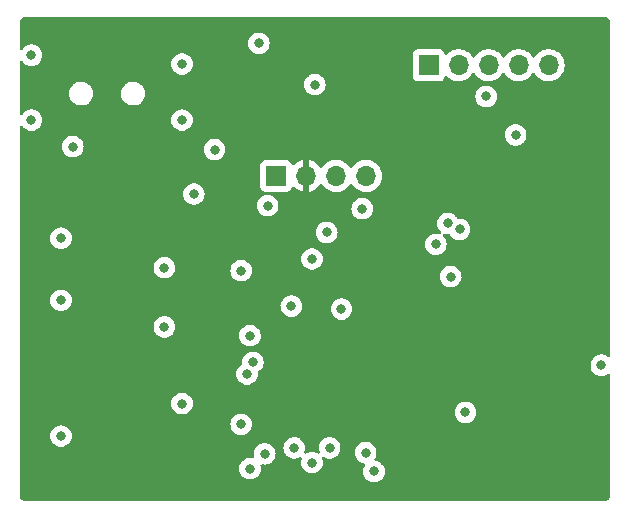
<source format=gbr>
%TF.GenerationSoftware,KiCad,Pcbnew,(6.0.1)*%
%TF.CreationDate,2022-04-19T02:49:18-05:00*%
%TF.ProjectId,pcb_w_STM32F030C8T6,7063625f-775f-4535-944d-333246303330,rev?*%
%TF.SameCoordinates,Original*%
%TF.FileFunction,Copper,L2,Inr*%
%TF.FilePolarity,Positive*%
%FSLAX46Y46*%
G04 Gerber Fmt 4.6, Leading zero omitted, Abs format (unit mm)*
G04 Created by KiCad (PCBNEW (6.0.1)) date 2022-04-19 02:49:18*
%MOMM*%
%LPD*%
G01*
G04 APERTURE LIST*
%TA.AperFunction,ComponentPad*%
%ADD10R,1.700000X1.700000*%
%TD*%
%TA.AperFunction,ComponentPad*%
%ADD11O,1.700000X1.700000*%
%TD*%
%TA.AperFunction,ViaPad*%
%ADD12C,0.800000*%
%TD*%
G04 APERTURE END LIST*
D10*
%TO.N,SWCLK*%
%TO.C,J2*%
X78125000Y-70600000D03*
D11*
%TO.N,SWDIO*%
X80665000Y-70600000D03*
%TO.N,GND*%
X83205000Y-70600000D03*
%TO.N,Net-(J2-Pad4)*%
X85745000Y-70600000D03*
%TO.N,NRST*%
X88285000Y-70600000D03*
%TD*%
D10*
%TO.N,GND*%
%TO.C,J1*%
X65200000Y-79975000D03*
D11*
%TO.N,VDDA*%
X67740000Y-79975000D03*
%TO.N,SCL*%
X70280000Y-79975000D03*
%TO.N,SDA*%
X72820000Y-79975000D03*
%TD*%
D12*
%TO.N,NRST*%
X64250000Y-103500000D03*
X63250000Y-95750000D03*
X85500000Y-76500000D03*
%TO.N,GND*%
X48000000Y-77500000D03*
X63000000Y-93500000D03*
X68500000Y-72250000D03*
X47000000Y-85250000D03*
X62250000Y-88000000D03*
X62250000Y-101000000D03*
X68250000Y-87000000D03*
X83000000Y-73250000D03*
X64500000Y-82500000D03*
X66500000Y-91000000D03*
X47000000Y-90500000D03*
X60000000Y-77750000D03*
X47000000Y-102000000D03*
X63750000Y-68750000D03*
X70750000Y-91250000D03*
X58250000Y-81500000D03*
X44500000Y-69750000D03*
X63000000Y-104750000D03*
X57250000Y-99250000D03*
X62750000Y-96750000D03*
X92750000Y-96000000D03*
X44500000Y-75250000D03*
X81250000Y-100000000D03*
X57250000Y-75250000D03*
X57250000Y-70500000D03*
X73500000Y-105000000D03*
%TO.N,VDDA*%
X83117157Y-81717157D03*
X73250000Y-86000000D03*
X46000000Y-98750000D03*
X72750000Y-101250000D03*
X67500000Y-77500000D03*
X70500000Y-86000000D03*
X58500000Y-94250000D03*
X65000000Y-87000000D03*
X62750000Y-99250000D03*
X64250000Y-93250000D03*
X63000000Y-89750000D03*
X57500000Y-89250000D03*
X58500000Y-96500000D03*
X81750000Y-94250000D03*
X57750000Y-101250000D03*
X46500000Y-82500000D03*
%TO.N,CHANGE_STATE*%
X55750000Y-92750000D03*
X55750000Y-87750000D03*
%TO.N,INC*%
X72800000Y-103400000D03*
X68250000Y-104250000D03*
%TO.N,DEC*%
X66750000Y-103000000D03*
X69750000Y-103000000D03*
%TO.N,SDA*%
X72500000Y-82750000D03*
X69500000Y-84750000D03*
%TO.N,SWCLK*%
X79750000Y-84000000D03*
X78737701Y-85762299D03*
%TO.N,SWDIO*%
X80750000Y-84500000D03*
X80000000Y-88500000D03*
%TD*%
%TA.AperFunction,Conductor*%
%TO.N,VDDA*%
G36*
X92970055Y-66509500D02*
G01*
X92984856Y-66511805D01*
X92984859Y-66511805D01*
X92993728Y-66513186D01*
X93002630Y-66512022D01*
X93002632Y-66512022D01*
X93002690Y-66512014D01*
X93002729Y-66512009D01*
X93033167Y-66511738D01*
X93095374Y-66518747D01*
X93122882Y-66525026D01*
X93200069Y-66552035D01*
X93225490Y-66564277D01*
X93294737Y-66607788D01*
X93316796Y-66625380D01*
X93374620Y-66683204D01*
X93392212Y-66705263D01*
X93435723Y-66774510D01*
X93447965Y-66799931D01*
X93474974Y-66877119D01*
X93481253Y-66904624D01*
X93487522Y-66960255D01*
X93488305Y-66975903D01*
X93488196Y-66984858D01*
X93486814Y-66993732D01*
X93488454Y-67006272D01*
X93490936Y-67025253D01*
X93492000Y-67041591D01*
X93492000Y-95168838D01*
X93471998Y-95236959D01*
X93418342Y-95283452D01*
X93348068Y-95293556D01*
X93291939Y-95270774D01*
X93212094Y-95212763D01*
X93212093Y-95212762D01*
X93206752Y-95208882D01*
X93200724Y-95206198D01*
X93200722Y-95206197D01*
X93038319Y-95133891D01*
X93038318Y-95133891D01*
X93032288Y-95131206D01*
X92938888Y-95111353D01*
X92851944Y-95092872D01*
X92851939Y-95092872D01*
X92845487Y-95091500D01*
X92654513Y-95091500D01*
X92648061Y-95092872D01*
X92648056Y-95092872D01*
X92561112Y-95111353D01*
X92467712Y-95131206D01*
X92461682Y-95133891D01*
X92461681Y-95133891D01*
X92299278Y-95206197D01*
X92299276Y-95206198D01*
X92293248Y-95208882D01*
X92138747Y-95321134D01*
X92010960Y-95463056D01*
X91915473Y-95628444D01*
X91856458Y-95810072D01*
X91855768Y-95816633D01*
X91855768Y-95816635D01*
X91842810Y-95939928D01*
X91836496Y-96000000D01*
X91837186Y-96006565D01*
X91844489Y-96076045D01*
X91856458Y-96189928D01*
X91915473Y-96371556D01*
X92010960Y-96536944D01*
X92015378Y-96541851D01*
X92015379Y-96541852D01*
X92037694Y-96566635D01*
X92138747Y-96678866D01*
X92293248Y-96791118D01*
X92299276Y-96793802D01*
X92299278Y-96793803D01*
X92461681Y-96866109D01*
X92467712Y-96868794D01*
X92561112Y-96888647D01*
X92648056Y-96907128D01*
X92648061Y-96907128D01*
X92654513Y-96908500D01*
X92845487Y-96908500D01*
X92851939Y-96907128D01*
X92851944Y-96907128D01*
X92938888Y-96888647D01*
X93032288Y-96868794D01*
X93038319Y-96866109D01*
X93200722Y-96793803D01*
X93200724Y-96793802D01*
X93206752Y-96791118D01*
X93212094Y-96787237D01*
X93291939Y-96729226D01*
X93358807Y-96705367D01*
X93427958Y-96721448D01*
X93477439Y-96772362D01*
X93492000Y-96831162D01*
X93492000Y-106950670D01*
X93490500Y-106970054D01*
X93486814Y-106993728D01*
X93487978Y-107002630D01*
X93487978Y-107002632D01*
X93487991Y-107002728D01*
X93488262Y-107033167D01*
X93481253Y-107095374D01*
X93474974Y-107122882D01*
X93447965Y-107200069D01*
X93435723Y-107225490D01*
X93392212Y-107294737D01*
X93374620Y-107316796D01*
X93316796Y-107374620D01*
X93294737Y-107392212D01*
X93225490Y-107435723D01*
X93200069Y-107447965D01*
X93122881Y-107474974D01*
X93095376Y-107481253D01*
X93083762Y-107482562D01*
X93039738Y-107487522D01*
X93024097Y-107488305D01*
X93015142Y-107488196D01*
X93006268Y-107486814D01*
X92974747Y-107490936D01*
X92958409Y-107492000D01*
X44049330Y-107492000D01*
X44029945Y-107490500D01*
X44015144Y-107488195D01*
X44015141Y-107488195D01*
X44006272Y-107486814D01*
X43997370Y-107487978D01*
X43997368Y-107487978D01*
X43997310Y-107487986D01*
X43997271Y-107487991D01*
X43966833Y-107488262D01*
X43904626Y-107481253D01*
X43877118Y-107474974D01*
X43799931Y-107447965D01*
X43774510Y-107435723D01*
X43705263Y-107392212D01*
X43683204Y-107374620D01*
X43625380Y-107316796D01*
X43607788Y-107294737D01*
X43564277Y-107225490D01*
X43552035Y-107200069D01*
X43525026Y-107122881D01*
X43518747Y-107095376D01*
X43512478Y-107039745D01*
X43511695Y-107024097D01*
X43511804Y-107015142D01*
X43513186Y-107006268D01*
X43509064Y-106974746D01*
X43508000Y-106958409D01*
X43508000Y-104750000D01*
X62086496Y-104750000D01*
X62087186Y-104756565D01*
X62093500Y-104816635D01*
X62106458Y-104939928D01*
X62165473Y-105121556D01*
X62168776Y-105127278D01*
X62168777Y-105127279D01*
X62186803Y-105158500D01*
X62260960Y-105286944D01*
X62388747Y-105428866D01*
X62543248Y-105541118D01*
X62549276Y-105543802D01*
X62549278Y-105543803D01*
X62711681Y-105616109D01*
X62717712Y-105618794D01*
X62811112Y-105638647D01*
X62898056Y-105657128D01*
X62898061Y-105657128D01*
X62904513Y-105658500D01*
X63095487Y-105658500D01*
X63101939Y-105657128D01*
X63101944Y-105657128D01*
X63188888Y-105638647D01*
X63282288Y-105618794D01*
X63288319Y-105616109D01*
X63450722Y-105543803D01*
X63450724Y-105543802D01*
X63456752Y-105541118D01*
X63611253Y-105428866D01*
X63739040Y-105286944D01*
X63813197Y-105158500D01*
X63831223Y-105127279D01*
X63831224Y-105127278D01*
X63834527Y-105121556D01*
X63893542Y-104939928D01*
X63906501Y-104816635D01*
X63912814Y-104756565D01*
X63913504Y-104750000D01*
X63893542Y-104560072D01*
X63888718Y-104545225D01*
X63886690Y-104474260D01*
X63923352Y-104413462D01*
X63987063Y-104382136D01*
X64034748Y-104383043D01*
X64148056Y-104407128D01*
X64148061Y-104407128D01*
X64154513Y-104408500D01*
X64345487Y-104408500D01*
X64351939Y-104407128D01*
X64351944Y-104407128D01*
X64457320Y-104384729D01*
X64532288Y-104368794D01*
X64610992Y-104333753D01*
X64700722Y-104293803D01*
X64700724Y-104293802D01*
X64706752Y-104291118D01*
X64735589Y-104270167D01*
X64772382Y-104243435D01*
X64861253Y-104178866D01*
X64904166Y-104131206D01*
X64984621Y-104041852D01*
X64984622Y-104041851D01*
X64989040Y-104036944D01*
X65063197Y-103908500D01*
X65081223Y-103877279D01*
X65081224Y-103877278D01*
X65084527Y-103871556D01*
X65143542Y-103689928D01*
X65153393Y-103596206D01*
X65162814Y-103506565D01*
X65163504Y-103500000D01*
X65151301Y-103383891D01*
X65144232Y-103316635D01*
X65144232Y-103316633D01*
X65143542Y-103310072D01*
X65084527Y-103128444D01*
X65010370Y-103000000D01*
X65836496Y-103000000D01*
X65856458Y-103189928D01*
X65915473Y-103371556D01*
X65918776Y-103377278D01*
X65918777Y-103377279D01*
X65924476Y-103387150D01*
X66010960Y-103536944D01*
X66015378Y-103541851D01*
X66015379Y-103541852D01*
X66058667Y-103589928D01*
X66138747Y-103678866D01*
X66293248Y-103791118D01*
X66299276Y-103793802D01*
X66299278Y-103793803D01*
X66317806Y-103802052D01*
X66467712Y-103868794D01*
X66561112Y-103888647D01*
X66648056Y-103907128D01*
X66648061Y-103907128D01*
X66654513Y-103908500D01*
X66845487Y-103908500D01*
X66851939Y-103907128D01*
X66851944Y-103907128D01*
X66938887Y-103888647D01*
X67032288Y-103868794D01*
X67182194Y-103802052D01*
X67200724Y-103793802D01*
X67200725Y-103793801D01*
X67206752Y-103791118D01*
X67212094Y-103787237D01*
X67214645Y-103785764D01*
X67283639Y-103769024D01*
X67350732Y-103792242D01*
X67394621Y-103848048D01*
X67401372Y-103918723D01*
X67397481Y-103933817D01*
X67356458Y-104060072D01*
X67355768Y-104066633D01*
X67355768Y-104066635D01*
X67343972Y-104178866D01*
X67336496Y-104250000D01*
X67337186Y-104256565D01*
X67353011Y-104407128D01*
X67356458Y-104439928D01*
X67415473Y-104621556D01*
X67510960Y-104786944D01*
X67515378Y-104791851D01*
X67515379Y-104791852D01*
X67537694Y-104816635D01*
X67638747Y-104928866D01*
X67793248Y-105041118D01*
X67799276Y-105043802D01*
X67799278Y-105043803D01*
X67959799Y-105115271D01*
X67967712Y-105118794D01*
X68061112Y-105138647D01*
X68148056Y-105157128D01*
X68148061Y-105157128D01*
X68154513Y-105158500D01*
X68345487Y-105158500D01*
X68351939Y-105157128D01*
X68351944Y-105157128D01*
X68438887Y-105138647D01*
X68532288Y-105118794D01*
X68540201Y-105115271D01*
X68700722Y-105043803D01*
X68700724Y-105043802D01*
X68706752Y-105041118D01*
X68861253Y-104928866D01*
X68962306Y-104816635D01*
X68984621Y-104791852D01*
X68984622Y-104791851D01*
X68989040Y-104786944D01*
X69084527Y-104621556D01*
X69143542Y-104439928D01*
X69146990Y-104407128D01*
X69162814Y-104256565D01*
X69163504Y-104250000D01*
X69156028Y-104178866D01*
X69144232Y-104066635D01*
X69144232Y-104066633D01*
X69143542Y-104060072D01*
X69102519Y-103933817D01*
X69100491Y-103862850D01*
X69137154Y-103802052D01*
X69200866Y-103770726D01*
X69271400Y-103778819D01*
X69285355Y-103785764D01*
X69287906Y-103787237D01*
X69293248Y-103791118D01*
X69299275Y-103793801D01*
X69299276Y-103793802D01*
X69317806Y-103802052D01*
X69467712Y-103868794D01*
X69561112Y-103888647D01*
X69648056Y-103907128D01*
X69648061Y-103907128D01*
X69654513Y-103908500D01*
X69845487Y-103908500D01*
X69851939Y-103907128D01*
X69851944Y-103907128D01*
X69938887Y-103888647D01*
X70032288Y-103868794D01*
X70182194Y-103802052D01*
X70200722Y-103793803D01*
X70200724Y-103793802D01*
X70206752Y-103791118D01*
X70361253Y-103678866D01*
X70441333Y-103589928D01*
X70484621Y-103541852D01*
X70484622Y-103541851D01*
X70489040Y-103536944D01*
X70568105Y-103400000D01*
X71886496Y-103400000D01*
X71887186Y-103406565D01*
X71904483Y-103571134D01*
X71906458Y-103589928D01*
X71965473Y-103771556D01*
X72060960Y-103936944D01*
X72065378Y-103941851D01*
X72065379Y-103941852D01*
X72091011Y-103970319D01*
X72188747Y-104078866D01*
X72258897Y-104129833D01*
X72326385Y-104178866D01*
X72343248Y-104191118D01*
X72349276Y-104193802D01*
X72349278Y-104193803D01*
X72490245Y-104256565D01*
X72517712Y-104268794D01*
X72524164Y-104270166D01*
X72524169Y-104270167D01*
X72664635Y-104300024D01*
X72727109Y-104333753D01*
X72761430Y-104395902D01*
X72756702Y-104466741D01*
X72747557Y-104486271D01*
X72701159Y-104566635D01*
X72665473Y-104628444D01*
X72606458Y-104810072D01*
X72605768Y-104816633D01*
X72605768Y-104816635D01*
X72592810Y-104939928D01*
X72586496Y-105000000D01*
X72587186Y-105006565D01*
X72603011Y-105157128D01*
X72606458Y-105189928D01*
X72665473Y-105371556D01*
X72760960Y-105536944D01*
X72888747Y-105678866D01*
X73043248Y-105791118D01*
X73049276Y-105793802D01*
X73049278Y-105793803D01*
X73211681Y-105866109D01*
X73217712Y-105868794D01*
X73311112Y-105888647D01*
X73398056Y-105907128D01*
X73398061Y-105907128D01*
X73404513Y-105908500D01*
X73595487Y-105908500D01*
X73601939Y-105907128D01*
X73601944Y-105907128D01*
X73688888Y-105888647D01*
X73782288Y-105868794D01*
X73788319Y-105866109D01*
X73950722Y-105793803D01*
X73950724Y-105793802D01*
X73956752Y-105791118D01*
X74111253Y-105678866D01*
X74239040Y-105536944D01*
X74334527Y-105371556D01*
X74393542Y-105189928D01*
X74396990Y-105157128D01*
X74412814Y-105006565D01*
X74413504Y-105000000D01*
X74407190Y-104939928D01*
X74394232Y-104816635D01*
X74394232Y-104816633D01*
X74393542Y-104810072D01*
X74334527Y-104628444D01*
X74239040Y-104463056D01*
X74218216Y-104439928D01*
X74115675Y-104326045D01*
X74115674Y-104326044D01*
X74111253Y-104321134D01*
X73956752Y-104208882D01*
X73950724Y-104206198D01*
X73950722Y-104206197D01*
X73788319Y-104133891D01*
X73788318Y-104133891D01*
X73782288Y-104131206D01*
X73775836Y-104129834D01*
X73775831Y-104129833D01*
X73635365Y-104099976D01*
X73572891Y-104066247D01*
X73538570Y-104004098D01*
X73543298Y-103933259D01*
X73552443Y-103913729D01*
X73572013Y-103879834D01*
X73634527Y-103771556D01*
X73693542Y-103589928D01*
X73695518Y-103571134D01*
X73712814Y-103406565D01*
X73713504Y-103400000D01*
X73711529Y-103381206D01*
X73694232Y-103216635D01*
X73694232Y-103216633D01*
X73693542Y-103210072D01*
X73634527Y-103028444D01*
X73539040Y-102863056D01*
X73497243Y-102816635D01*
X73415675Y-102726045D01*
X73415674Y-102726044D01*
X73411253Y-102721134D01*
X73256752Y-102608882D01*
X73250724Y-102606198D01*
X73250722Y-102606197D01*
X73088319Y-102533891D01*
X73088318Y-102533891D01*
X73082288Y-102531206D01*
X72988887Y-102511353D01*
X72901944Y-102492872D01*
X72901939Y-102492872D01*
X72895487Y-102491500D01*
X72704513Y-102491500D01*
X72698061Y-102492872D01*
X72698056Y-102492872D01*
X72611112Y-102511353D01*
X72517712Y-102531206D01*
X72511682Y-102533891D01*
X72511681Y-102533891D01*
X72349278Y-102606197D01*
X72349276Y-102606198D01*
X72343248Y-102608882D01*
X72188747Y-102721134D01*
X72184326Y-102726044D01*
X72184325Y-102726045D01*
X72102758Y-102816635D01*
X72060960Y-102863056D01*
X71965473Y-103028444D01*
X71906458Y-103210072D01*
X71905768Y-103216633D01*
X71905768Y-103216635D01*
X71888471Y-103381206D01*
X71886496Y-103400000D01*
X70568105Y-103400000D01*
X70575524Y-103387150D01*
X70581223Y-103377279D01*
X70581224Y-103377278D01*
X70584527Y-103371556D01*
X70643542Y-103189928D01*
X70663504Y-103000000D01*
X70643542Y-102810072D01*
X70584527Y-102628444D01*
X70563990Y-102592872D01*
X70528398Y-102531226D01*
X70489040Y-102463056D01*
X70361253Y-102321134D01*
X70206752Y-102208882D01*
X70200724Y-102206198D01*
X70200722Y-102206197D01*
X70038319Y-102133891D01*
X70038318Y-102133891D01*
X70032288Y-102131206D01*
X69938887Y-102111353D01*
X69851944Y-102092872D01*
X69851939Y-102092872D01*
X69845487Y-102091500D01*
X69654513Y-102091500D01*
X69648061Y-102092872D01*
X69648056Y-102092872D01*
X69561112Y-102111353D01*
X69467712Y-102131206D01*
X69461682Y-102133891D01*
X69461681Y-102133891D01*
X69299278Y-102206197D01*
X69299276Y-102206198D01*
X69293248Y-102208882D01*
X69138747Y-102321134D01*
X69010960Y-102463056D01*
X68971602Y-102531226D01*
X68936011Y-102592872D01*
X68915473Y-102628444D01*
X68856458Y-102810072D01*
X68836496Y-103000000D01*
X68856458Y-103189928D01*
X68858498Y-103196206D01*
X68897481Y-103316183D01*
X68899509Y-103387150D01*
X68862846Y-103447948D01*
X68799134Y-103479274D01*
X68728600Y-103471181D01*
X68714645Y-103464236D01*
X68712093Y-103462762D01*
X68706752Y-103458882D01*
X68574501Y-103400000D01*
X68538319Y-103383891D01*
X68538318Y-103383891D01*
X68532288Y-103381206D01*
X68438888Y-103361353D01*
X68351944Y-103342872D01*
X68351939Y-103342872D01*
X68345487Y-103341500D01*
X68154513Y-103341500D01*
X68148061Y-103342872D01*
X68148056Y-103342872D01*
X68061112Y-103361353D01*
X67967712Y-103381206D01*
X67961682Y-103383891D01*
X67961681Y-103383891D01*
X67925500Y-103400000D01*
X67793248Y-103458882D01*
X67787907Y-103462762D01*
X67785355Y-103464236D01*
X67716361Y-103480976D01*
X67649268Y-103457758D01*
X67605379Y-103401952D01*
X67598628Y-103331277D01*
X67602519Y-103316183D01*
X67641502Y-103196206D01*
X67643542Y-103189928D01*
X67663504Y-103000000D01*
X67643542Y-102810072D01*
X67584527Y-102628444D01*
X67563990Y-102592872D01*
X67528398Y-102531226D01*
X67489040Y-102463056D01*
X67361253Y-102321134D01*
X67206752Y-102208882D01*
X67200724Y-102206198D01*
X67200722Y-102206197D01*
X67038319Y-102133891D01*
X67038318Y-102133891D01*
X67032288Y-102131206D01*
X66938887Y-102111353D01*
X66851944Y-102092872D01*
X66851939Y-102092872D01*
X66845487Y-102091500D01*
X66654513Y-102091500D01*
X66648061Y-102092872D01*
X66648056Y-102092872D01*
X66561112Y-102111353D01*
X66467712Y-102131206D01*
X66461682Y-102133891D01*
X66461681Y-102133891D01*
X66299278Y-102206197D01*
X66299276Y-102206198D01*
X66293248Y-102208882D01*
X66138747Y-102321134D01*
X66010960Y-102463056D01*
X65971602Y-102531226D01*
X65936011Y-102592872D01*
X65915473Y-102628444D01*
X65856458Y-102810072D01*
X65836496Y-103000000D01*
X65010370Y-103000000D01*
X64989040Y-102963056D01*
X64861253Y-102821134D01*
X64730375Y-102726045D01*
X64712094Y-102712763D01*
X64712093Y-102712762D01*
X64706752Y-102708882D01*
X64700724Y-102706198D01*
X64700722Y-102706197D01*
X64538319Y-102633891D01*
X64538318Y-102633891D01*
X64532288Y-102631206D01*
X64438888Y-102611353D01*
X64351944Y-102592872D01*
X64351939Y-102592872D01*
X64345487Y-102591500D01*
X64154513Y-102591500D01*
X64148061Y-102592872D01*
X64148056Y-102592872D01*
X64061113Y-102611353D01*
X63967712Y-102631206D01*
X63961682Y-102633891D01*
X63961681Y-102633891D01*
X63799278Y-102706197D01*
X63799276Y-102706198D01*
X63793248Y-102708882D01*
X63787907Y-102712762D01*
X63787906Y-102712763D01*
X63769625Y-102726045D01*
X63638747Y-102821134D01*
X63510960Y-102963056D01*
X63415473Y-103128444D01*
X63356458Y-103310072D01*
X63355768Y-103316633D01*
X63355768Y-103316635D01*
X63348699Y-103383891D01*
X63336496Y-103500000D01*
X63337186Y-103506565D01*
X63346608Y-103596206D01*
X63356458Y-103689928D01*
X63361282Y-103704775D01*
X63363310Y-103775740D01*
X63326648Y-103836538D01*
X63262937Y-103867864D01*
X63215252Y-103866957D01*
X63101944Y-103842872D01*
X63101939Y-103842872D01*
X63095487Y-103841500D01*
X62904513Y-103841500D01*
X62898061Y-103842872D01*
X62898056Y-103842872D01*
X62811113Y-103861353D01*
X62717712Y-103881206D01*
X62711682Y-103883891D01*
X62711681Y-103883891D01*
X62549278Y-103956197D01*
X62549276Y-103956198D01*
X62543248Y-103958882D01*
X62388747Y-104071134D01*
X62384326Y-104076044D01*
X62384325Y-104076045D01*
X62284208Y-104187237D01*
X62260960Y-104213056D01*
X62215891Y-104291118D01*
X62172595Y-104366109D01*
X62165473Y-104378444D01*
X62106458Y-104560072D01*
X62086496Y-104750000D01*
X43508000Y-104750000D01*
X43508000Y-102000000D01*
X46086496Y-102000000D01*
X46106458Y-102189928D01*
X46165473Y-102371556D01*
X46260960Y-102536944D01*
X46265378Y-102541851D01*
X46265379Y-102541852D01*
X46325733Y-102608882D01*
X46388747Y-102678866D01*
X46543248Y-102791118D01*
X46549276Y-102793802D01*
X46549278Y-102793803D01*
X46704824Y-102863056D01*
X46717712Y-102868794D01*
X46811112Y-102888647D01*
X46898056Y-102907128D01*
X46898061Y-102907128D01*
X46904513Y-102908500D01*
X47095487Y-102908500D01*
X47101939Y-102907128D01*
X47101944Y-102907128D01*
X47188888Y-102888647D01*
X47282288Y-102868794D01*
X47295176Y-102863056D01*
X47450722Y-102793803D01*
X47450724Y-102793802D01*
X47456752Y-102791118D01*
X47611253Y-102678866D01*
X47674267Y-102608882D01*
X47734621Y-102541852D01*
X47734622Y-102541851D01*
X47739040Y-102536944D01*
X47834527Y-102371556D01*
X47893542Y-102189928D01*
X47913504Y-102000000D01*
X47893542Y-101810072D01*
X47834527Y-101628444D01*
X47739040Y-101463056D01*
X47611253Y-101321134D01*
X47456752Y-101208882D01*
X47450724Y-101206198D01*
X47450722Y-101206197D01*
X47288319Y-101133891D01*
X47288318Y-101133891D01*
X47282288Y-101131206D01*
X47188888Y-101111353D01*
X47101944Y-101092872D01*
X47101939Y-101092872D01*
X47095487Y-101091500D01*
X46904513Y-101091500D01*
X46898061Y-101092872D01*
X46898056Y-101092872D01*
X46811112Y-101111353D01*
X46717712Y-101131206D01*
X46711682Y-101133891D01*
X46711681Y-101133891D01*
X46549278Y-101206197D01*
X46549276Y-101206198D01*
X46543248Y-101208882D01*
X46388747Y-101321134D01*
X46260960Y-101463056D01*
X46165473Y-101628444D01*
X46106458Y-101810072D01*
X46086496Y-102000000D01*
X43508000Y-102000000D01*
X43508000Y-101000000D01*
X61336496Y-101000000D01*
X61356458Y-101189928D01*
X61415473Y-101371556D01*
X61510960Y-101536944D01*
X61638747Y-101678866D01*
X61793248Y-101791118D01*
X61799276Y-101793802D01*
X61799278Y-101793803D01*
X61850560Y-101816635D01*
X61967712Y-101868794D01*
X62061112Y-101888647D01*
X62148056Y-101907128D01*
X62148061Y-101907128D01*
X62154513Y-101908500D01*
X62345487Y-101908500D01*
X62351939Y-101907128D01*
X62351944Y-101907128D01*
X62438888Y-101888647D01*
X62532288Y-101868794D01*
X62649440Y-101816635D01*
X62700722Y-101793803D01*
X62700724Y-101793802D01*
X62706752Y-101791118D01*
X62861253Y-101678866D01*
X62989040Y-101536944D01*
X63084527Y-101371556D01*
X63143542Y-101189928D01*
X63163504Y-101000000D01*
X63143542Y-100810072D01*
X63084527Y-100628444D01*
X62989040Y-100463056D01*
X62861253Y-100321134D01*
X62706752Y-100208882D01*
X62700724Y-100206198D01*
X62700722Y-100206197D01*
X62538319Y-100133891D01*
X62538318Y-100133891D01*
X62532288Y-100131206D01*
X62438887Y-100111353D01*
X62351944Y-100092872D01*
X62351939Y-100092872D01*
X62345487Y-100091500D01*
X62154513Y-100091500D01*
X62148061Y-100092872D01*
X62148056Y-100092872D01*
X62061113Y-100111353D01*
X61967712Y-100131206D01*
X61961682Y-100133891D01*
X61961681Y-100133891D01*
X61799278Y-100206197D01*
X61799276Y-100206198D01*
X61793248Y-100208882D01*
X61638747Y-100321134D01*
X61510960Y-100463056D01*
X61415473Y-100628444D01*
X61356458Y-100810072D01*
X61336496Y-101000000D01*
X43508000Y-101000000D01*
X43508000Y-99250000D01*
X56336496Y-99250000D01*
X56337186Y-99256565D01*
X56344489Y-99326045D01*
X56356458Y-99439928D01*
X56415473Y-99621556D01*
X56510960Y-99786944D01*
X56515378Y-99791851D01*
X56515379Y-99791852D01*
X56537694Y-99816635D01*
X56638747Y-99928866D01*
X56793248Y-100041118D01*
X56799276Y-100043802D01*
X56799278Y-100043803D01*
X56906408Y-100091500D01*
X56967712Y-100118794D01*
X57061113Y-100138647D01*
X57148056Y-100157128D01*
X57148061Y-100157128D01*
X57154513Y-100158500D01*
X57345487Y-100158500D01*
X57351939Y-100157128D01*
X57351944Y-100157128D01*
X57438887Y-100138647D01*
X57532288Y-100118794D01*
X57593592Y-100091500D01*
X57700722Y-100043803D01*
X57700724Y-100043802D01*
X57706752Y-100041118D01*
X57763346Y-100000000D01*
X80336496Y-100000000D01*
X80337186Y-100006565D01*
X80353011Y-100157128D01*
X80356458Y-100189928D01*
X80415473Y-100371556D01*
X80510960Y-100536944D01*
X80638747Y-100678866D01*
X80793248Y-100791118D01*
X80799276Y-100793802D01*
X80799278Y-100793803D01*
X80850560Y-100816635D01*
X80967712Y-100868794D01*
X81061112Y-100888647D01*
X81148056Y-100907128D01*
X81148061Y-100907128D01*
X81154513Y-100908500D01*
X81345487Y-100908500D01*
X81351939Y-100907128D01*
X81351944Y-100907128D01*
X81438887Y-100888647D01*
X81532288Y-100868794D01*
X81649440Y-100816635D01*
X81700722Y-100793803D01*
X81700724Y-100793802D01*
X81706752Y-100791118D01*
X81861253Y-100678866D01*
X81989040Y-100536944D01*
X82084527Y-100371556D01*
X82143542Y-100189928D01*
X82146990Y-100157128D01*
X82162814Y-100006565D01*
X82163504Y-100000000D01*
X82156028Y-99928866D01*
X82144232Y-99816635D01*
X82144232Y-99816633D01*
X82143542Y-99810072D01*
X82084527Y-99628444D01*
X81989040Y-99463056D01*
X81968216Y-99439928D01*
X81865675Y-99326045D01*
X81865674Y-99326044D01*
X81861253Y-99321134D01*
X81706752Y-99208882D01*
X81700724Y-99206198D01*
X81700722Y-99206197D01*
X81538319Y-99133891D01*
X81538318Y-99133891D01*
X81532288Y-99131206D01*
X81438888Y-99111353D01*
X81351944Y-99092872D01*
X81351939Y-99092872D01*
X81345487Y-99091500D01*
X81154513Y-99091500D01*
X81148061Y-99092872D01*
X81148056Y-99092872D01*
X81061112Y-99111353D01*
X80967712Y-99131206D01*
X80961682Y-99133891D01*
X80961681Y-99133891D01*
X80799278Y-99206197D01*
X80799276Y-99206198D01*
X80793248Y-99208882D01*
X80638747Y-99321134D01*
X80634326Y-99326044D01*
X80634325Y-99326045D01*
X80531785Y-99439928D01*
X80510960Y-99463056D01*
X80415473Y-99628444D01*
X80356458Y-99810072D01*
X80355768Y-99816633D01*
X80355768Y-99816635D01*
X80343972Y-99928866D01*
X80336496Y-100000000D01*
X57763346Y-100000000D01*
X57861253Y-99928866D01*
X57962306Y-99816635D01*
X57984621Y-99791852D01*
X57984622Y-99791851D01*
X57989040Y-99786944D01*
X58084527Y-99621556D01*
X58143542Y-99439928D01*
X58155512Y-99326045D01*
X58162814Y-99256565D01*
X58163504Y-99250000D01*
X58151301Y-99133891D01*
X58144232Y-99066635D01*
X58144232Y-99066633D01*
X58143542Y-99060072D01*
X58084527Y-98878444D01*
X57989040Y-98713056D01*
X57861253Y-98571134D01*
X57706752Y-98458882D01*
X57700724Y-98456198D01*
X57700722Y-98456197D01*
X57538319Y-98383891D01*
X57538318Y-98383891D01*
X57532288Y-98381206D01*
X57438888Y-98361353D01*
X57351944Y-98342872D01*
X57351939Y-98342872D01*
X57345487Y-98341500D01*
X57154513Y-98341500D01*
X57148061Y-98342872D01*
X57148056Y-98342872D01*
X57061112Y-98361353D01*
X56967712Y-98381206D01*
X56961682Y-98383891D01*
X56961681Y-98383891D01*
X56799278Y-98456197D01*
X56799276Y-98456198D01*
X56793248Y-98458882D01*
X56638747Y-98571134D01*
X56510960Y-98713056D01*
X56415473Y-98878444D01*
X56356458Y-99060072D01*
X56355768Y-99066633D01*
X56355768Y-99066635D01*
X56348699Y-99133891D01*
X56336496Y-99250000D01*
X43508000Y-99250000D01*
X43508000Y-96750000D01*
X61836496Y-96750000D01*
X61837186Y-96756565D01*
X61853011Y-96907128D01*
X61856458Y-96939928D01*
X61915473Y-97121556D01*
X62010960Y-97286944D01*
X62138747Y-97428866D01*
X62293248Y-97541118D01*
X62299276Y-97543802D01*
X62299278Y-97543803D01*
X62461681Y-97616109D01*
X62467712Y-97618794D01*
X62561112Y-97638647D01*
X62648056Y-97657128D01*
X62648061Y-97657128D01*
X62654513Y-97658500D01*
X62845487Y-97658500D01*
X62851939Y-97657128D01*
X62851944Y-97657128D01*
X62938888Y-97638647D01*
X63032288Y-97618794D01*
X63038319Y-97616109D01*
X63200722Y-97543803D01*
X63200724Y-97543802D01*
X63206752Y-97541118D01*
X63361253Y-97428866D01*
X63489040Y-97286944D01*
X63584527Y-97121556D01*
X63643542Y-96939928D01*
X63646990Y-96907128D01*
X63662814Y-96756565D01*
X63663504Y-96750000D01*
X63653754Y-96657233D01*
X63666526Y-96587396D01*
X63708264Y-96543199D01*
X63706752Y-96541118D01*
X63720367Y-96531226D01*
X63861253Y-96428866D01*
X63989040Y-96286944D01*
X64084527Y-96121556D01*
X64143542Y-95939928D01*
X64156501Y-95816635D01*
X64162814Y-95756565D01*
X64163504Y-95750000D01*
X64143542Y-95560072D01*
X64084527Y-95378444D01*
X63989040Y-95213056D01*
X63861253Y-95071134D01*
X63706752Y-94958882D01*
X63700724Y-94956198D01*
X63700722Y-94956197D01*
X63538319Y-94883891D01*
X63538318Y-94883891D01*
X63532288Y-94881206D01*
X63438887Y-94861353D01*
X63351944Y-94842872D01*
X63351939Y-94842872D01*
X63345487Y-94841500D01*
X63154513Y-94841500D01*
X63148061Y-94842872D01*
X63148056Y-94842872D01*
X63061113Y-94861353D01*
X62967712Y-94881206D01*
X62961682Y-94883891D01*
X62961681Y-94883891D01*
X62799278Y-94956197D01*
X62799276Y-94956198D01*
X62793248Y-94958882D01*
X62638747Y-95071134D01*
X62510960Y-95213056D01*
X62415473Y-95378444D01*
X62356458Y-95560072D01*
X62336496Y-95750000D01*
X62343500Y-95816635D01*
X62346246Y-95842766D01*
X62333474Y-95912604D01*
X62291736Y-95956801D01*
X62293248Y-95958882D01*
X62138747Y-96071134D01*
X62134326Y-96076044D01*
X62134325Y-96076045D01*
X62031785Y-96189928D01*
X62010960Y-96213056D01*
X61915473Y-96378444D01*
X61856458Y-96560072D01*
X61855768Y-96566633D01*
X61855768Y-96566635D01*
X61843972Y-96678866D01*
X61836496Y-96750000D01*
X43508000Y-96750000D01*
X43508000Y-92750000D01*
X54836496Y-92750000D01*
X54837186Y-92756565D01*
X54844489Y-92826045D01*
X54856458Y-92939928D01*
X54915473Y-93121556D01*
X55010960Y-93286944D01*
X55015378Y-93291851D01*
X55015379Y-93291852D01*
X55037694Y-93316635D01*
X55138747Y-93428866D01*
X55293248Y-93541118D01*
X55299276Y-93543802D01*
X55299278Y-93543803D01*
X55461681Y-93616109D01*
X55467712Y-93618794D01*
X55561112Y-93638647D01*
X55648056Y-93657128D01*
X55648061Y-93657128D01*
X55654513Y-93658500D01*
X55845487Y-93658500D01*
X55851939Y-93657128D01*
X55851944Y-93657128D01*
X55938888Y-93638647D01*
X56032288Y-93618794D01*
X56038319Y-93616109D01*
X56200722Y-93543803D01*
X56200724Y-93543802D01*
X56206752Y-93541118D01*
X56263346Y-93500000D01*
X62086496Y-93500000D01*
X62087186Y-93506565D01*
X62103011Y-93657128D01*
X62106458Y-93689928D01*
X62165473Y-93871556D01*
X62260960Y-94036944D01*
X62388747Y-94178866D01*
X62543248Y-94291118D01*
X62549276Y-94293802D01*
X62549278Y-94293803D01*
X62711681Y-94366109D01*
X62717712Y-94368794D01*
X62811113Y-94388647D01*
X62898056Y-94407128D01*
X62898061Y-94407128D01*
X62904513Y-94408500D01*
X63095487Y-94408500D01*
X63101939Y-94407128D01*
X63101944Y-94407128D01*
X63188887Y-94388647D01*
X63282288Y-94368794D01*
X63288319Y-94366109D01*
X63450722Y-94293803D01*
X63450724Y-94293802D01*
X63456752Y-94291118D01*
X63611253Y-94178866D01*
X63739040Y-94036944D01*
X63834527Y-93871556D01*
X63893542Y-93689928D01*
X63896990Y-93657128D01*
X63912814Y-93506565D01*
X63913504Y-93500000D01*
X63906028Y-93428866D01*
X63894232Y-93316635D01*
X63894232Y-93316633D01*
X63893542Y-93310072D01*
X63834527Y-93128444D01*
X63739040Y-92963056D01*
X63718216Y-92939928D01*
X63615675Y-92826045D01*
X63615674Y-92826044D01*
X63611253Y-92821134D01*
X63456752Y-92708882D01*
X63450724Y-92706198D01*
X63450722Y-92706197D01*
X63288319Y-92633891D01*
X63288318Y-92633891D01*
X63282288Y-92631206D01*
X63188888Y-92611353D01*
X63101944Y-92592872D01*
X63101939Y-92592872D01*
X63095487Y-92591500D01*
X62904513Y-92591500D01*
X62898061Y-92592872D01*
X62898056Y-92592872D01*
X62811112Y-92611353D01*
X62717712Y-92631206D01*
X62711682Y-92633891D01*
X62711681Y-92633891D01*
X62549278Y-92706197D01*
X62549276Y-92706198D01*
X62543248Y-92708882D01*
X62388747Y-92821134D01*
X62384326Y-92826044D01*
X62384325Y-92826045D01*
X62281785Y-92939928D01*
X62260960Y-92963056D01*
X62165473Y-93128444D01*
X62106458Y-93310072D01*
X62105768Y-93316633D01*
X62105768Y-93316635D01*
X62093972Y-93428866D01*
X62086496Y-93500000D01*
X56263346Y-93500000D01*
X56361253Y-93428866D01*
X56462306Y-93316635D01*
X56484621Y-93291852D01*
X56484622Y-93291851D01*
X56489040Y-93286944D01*
X56584527Y-93121556D01*
X56643542Y-92939928D01*
X56655512Y-92826045D01*
X56662814Y-92756565D01*
X56663504Y-92750000D01*
X56651301Y-92633891D01*
X56644232Y-92566635D01*
X56644232Y-92566633D01*
X56643542Y-92560072D01*
X56584527Y-92378444D01*
X56489040Y-92213056D01*
X56361253Y-92071134D01*
X56206752Y-91958882D01*
X56200724Y-91956198D01*
X56200722Y-91956197D01*
X56038319Y-91883891D01*
X56038318Y-91883891D01*
X56032288Y-91881206D01*
X55938887Y-91861353D01*
X55851944Y-91842872D01*
X55851939Y-91842872D01*
X55845487Y-91841500D01*
X55654513Y-91841500D01*
X55648061Y-91842872D01*
X55648056Y-91842872D01*
X55561113Y-91861353D01*
X55467712Y-91881206D01*
X55461682Y-91883891D01*
X55461681Y-91883891D01*
X55299278Y-91956197D01*
X55299276Y-91956198D01*
X55293248Y-91958882D01*
X55138747Y-92071134D01*
X55010960Y-92213056D01*
X54915473Y-92378444D01*
X54856458Y-92560072D01*
X54855768Y-92566633D01*
X54855768Y-92566635D01*
X54848699Y-92633891D01*
X54836496Y-92750000D01*
X43508000Y-92750000D01*
X43508000Y-90500000D01*
X46086496Y-90500000D01*
X46087186Y-90506565D01*
X46094489Y-90576045D01*
X46106458Y-90689928D01*
X46165473Y-90871556D01*
X46260960Y-91036944D01*
X46265378Y-91041851D01*
X46265379Y-91041852D01*
X46287694Y-91066635D01*
X46388747Y-91178866D01*
X46543248Y-91291118D01*
X46549276Y-91293802D01*
X46549278Y-91293803D01*
X46709799Y-91365271D01*
X46717712Y-91368794D01*
X46811113Y-91388647D01*
X46898056Y-91407128D01*
X46898061Y-91407128D01*
X46904513Y-91408500D01*
X47095487Y-91408500D01*
X47101939Y-91407128D01*
X47101944Y-91407128D01*
X47188887Y-91388647D01*
X47282288Y-91368794D01*
X47290201Y-91365271D01*
X47450722Y-91293803D01*
X47450724Y-91293802D01*
X47456752Y-91291118D01*
X47611253Y-91178866D01*
X47712306Y-91066635D01*
X47734621Y-91041852D01*
X47734622Y-91041851D01*
X47739040Y-91036944D01*
X47760370Y-91000000D01*
X65586496Y-91000000D01*
X65587186Y-91006565D01*
X65593500Y-91066635D01*
X65606458Y-91189928D01*
X65665473Y-91371556D01*
X65668776Y-91377278D01*
X65668777Y-91377279D01*
X65686803Y-91408500D01*
X65760960Y-91536944D01*
X65888747Y-91678866D01*
X66043248Y-91791118D01*
X66049276Y-91793802D01*
X66049278Y-91793803D01*
X66156408Y-91841500D01*
X66217712Y-91868794D01*
X66311113Y-91888647D01*
X66398056Y-91907128D01*
X66398061Y-91907128D01*
X66404513Y-91908500D01*
X66595487Y-91908500D01*
X66601939Y-91907128D01*
X66601944Y-91907128D01*
X66688887Y-91888647D01*
X66782288Y-91868794D01*
X66843592Y-91841500D01*
X66950722Y-91793803D01*
X66950724Y-91793802D01*
X66956752Y-91791118D01*
X67111253Y-91678866D01*
X67239040Y-91536944D01*
X67313197Y-91408500D01*
X67331223Y-91377279D01*
X67331224Y-91377278D01*
X67334527Y-91371556D01*
X67374023Y-91250000D01*
X69836496Y-91250000D01*
X69837186Y-91256565D01*
X69853011Y-91407128D01*
X69856458Y-91439928D01*
X69915473Y-91621556D01*
X70010960Y-91786944D01*
X70138747Y-91928866D01*
X70293248Y-92041118D01*
X70299276Y-92043802D01*
X70299278Y-92043803D01*
X70461681Y-92116109D01*
X70467712Y-92118794D01*
X70561112Y-92138647D01*
X70648056Y-92157128D01*
X70648061Y-92157128D01*
X70654513Y-92158500D01*
X70845487Y-92158500D01*
X70851939Y-92157128D01*
X70851944Y-92157128D01*
X70938888Y-92138647D01*
X71032288Y-92118794D01*
X71038319Y-92116109D01*
X71200722Y-92043803D01*
X71200724Y-92043802D01*
X71206752Y-92041118D01*
X71361253Y-91928866D01*
X71489040Y-91786944D01*
X71584527Y-91621556D01*
X71643542Y-91439928D01*
X71646990Y-91407128D01*
X71662814Y-91256565D01*
X71663504Y-91250000D01*
X71657190Y-91189928D01*
X71644232Y-91066635D01*
X71644232Y-91066633D01*
X71643542Y-91060072D01*
X71584527Y-90878444D01*
X71489040Y-90713056D01*
X71468216Y-90689928D01*
X71365675Y-90576045D01*
X71365674Y-90576044D01*
X71361253Y-90571134D01*
X71206752Y-90458882D01*
X71200724Y-90456198D01*
X71200722Y-90456197D01*
X71038319Y-90383891D01*
X71038318Y-90383891D01*
X71032288Y-90381206D01*
X70938888Y-90361353D01*
X70851944Y-90342872D01*
X70851939Y-90342872D01*
X70845487Y-90341500D01*
X70654513Y-90341500D01*
X70648061Y-90342872D01*
X70648056Y-90342872D01*
X70561112Y-90361353D01*
X70467712Y-90381206D01*
X70461682Y-90383891D01*
X70461681Y-90383891D01*
X70299278Y-90456197D01*
X70299276Y-90456198D01*
X70293248Y-90458882D01*
X70138747Y-90571134D01*
X70134326Y-90576044D01*
X70134325Y-90576045D01*
X70031785Y-90689928D01*
X70010960Y-90713056D01*
X69915473Y-90878444D01*
X69856458Y-91060072D01*
X69855768Y-91066633D01*
X69855768Y-91066635D01*
X69842810Y-91189928D01*
X69836496Y-91250000D01*
X67374023Y-91250000D01*
X67393542Y-91189928D01*
X67406501Y-91066635D01*
X67412814Y-91006565D01*
X67413504Y-91000000D01*
X67393542Y-90810072D01*
X67334527Y-90628444D01*
X67239040Y-90463056D01*
X67111253Y-90321134D01*
X66956752Y-90208882D01*
X66950724Y-90206198D01*
X66950722Y-90206197D01*
X66788319Y-90133891D01*
X66788318Y-90133891D01*
X66782288Y-90131206D01*
X66688888Y-90111353D01*
X66601944Y-90092872D01*
X66601939Y-90092872D01*
X66595487Y-90091500D01*
X66404513Y-90091500D01*
X66398061Y-90092872D01*
X66398056Y-90092872D01*
X66311112Y-90111353D01*
X66217712Y-90131206D01*
X66211682Y-90133891D01*
X66211681Y-90133891D01*
X66049278Y-90206197D01*
X66049276Y-90206198D01*
X66043248Y-90208882D01*
X65888747Y-90321134D01*
X65760960Y-90463056D01*
X65665473Y-90628444D01*
X65606458Y-90810072D01*
X65586496Y-91000000D01*
X47760370Y-91000000D01*
X47834527Y-90871556D01*
X47893542Y-90689928D01*
X47905512Y-90576045D01*
X47912814Y-90506565D01*
X47913504Y-90500000D01*
X47901301Y-90383891D01*
X47894232Y-90316635D01*
X47894232Y-90316633D01*
X47893542Y-90310072D01*
X47834527Y-90128444D01*
X47813990Y-90092872D01*
X47742341Y-89968774D01*
X47739040Y-89963056D01*
X47611253Y-89821134D01*
X47456752Y-89708882D01*
X47450724Y-89706198D01*
X47450722Y-89706197D01*
X47288319Y-89633891D01*
X47288318Y-89633891D01*
X47282288Y-89631206D01*
X47188887Y-89611353D01*
X47101944Y-89592872D01*
X47101939Y-89592872D01*
X47095487Y-89591500D01*
X46904513Y-89591500D01*
X46898061Y-89592872D01*
X46898056Y-89592872D01*
X46811113Y-89611353D01*
X46717712Y-89631206D01*
X46711682Y-89633891D01*
X46711681Y-89633891D01*
X46549278Y-89706197D01*
X46549276Y-89706198D01*
X46543248Y-89708882D01*
X46388747Y-89821134D01*
X46260960Y-89963056D01*
X46257659Y-89968774D01*
X46186011Y-90092872D01*
X46165473Y-90128444D01*
X46106458Y-90310072D01*
X46105768Y-90316633D01*
X46105768Y-90316635D01*
X46098699Y-90383891D01*
X46086496Y-90500000D01*
X43508000Y-90500000D01*
X43508000Y-87750000D01*
X54836496Y-87750000D01*
X54837186Y-87756565D01*
X54853011Y-87907128D01*
X54856458Y-87939928D01*
X54915473Y-88121556D01*
X55010960Y-88286944D01*
X55015378Y-88291851D01*
X55015379Y-88291852D01*
X55037694Y-88316635D01*
X55138747Y-88428866D01*
X55293248Y-88541118D01*
X55299276Y-88543802D01*
X55299278Y-88543803D01*
X55461681Y-88616109D01*
X55467712Y-88618794D01*
X55561113Y-88638647D01*
X55648056Y-88657128D01*
X55648061Y-88657128D01*
X55654513Y-88658500D01*
X55845487Y-88658500D01*
X55851939Y-88657128D01*
X55851944Y-88657128D01*
X55938887Y-88638647D01*
X56032288Y-88618794D01*
X56038319Y-88616109D01*
X56200722Y-88543803D01*
X56200724Y-88543802D01*
X56206752Y-88541118D01*
X56361253Y-88428866D01*
X56462306Y-88316635D01*
X56484621Y-88291852D01*
X56484622Y-88291851D01*
X56489040Y-88286944D01*
X56584527Y-88121556D01*
X56624023Y-88000000D01*
X61336496Y-88000000D01*
X61356458Y-88189928D01*
X61415473Y-88371556D01*
X61510960Y-88536944D01*
X61638747Y-88678866D01*
X61793248Y-88791118D01*
X61799276Y-88793802D01*
X61799278Y-88793803D01*
X61959799Y-88865271D01*
X61967712Y-88868794D01*
X62061112Y-88888647D01*
X62148056Y-88907128D01*
X62148061Y-88907128D01*
X62154513Y-88908500D01*
X62345487Y-88908500D01*
X62351939Y-88907128D01*
X62351944Y-88907128D01*
X62438888Y-88888647D01*
X62532288Y-88868794D01*
X62540201Y-88865271D01*
X62700722Y-88793803D01*
X62700724Y-88793802D01*
X62706752Y-88791118D01*
X62861253Y-88678866D01*
X62989040Y-88536944D01*
X63010370Y-88500000D01*
X79086496Y-88500000D01*
X79087186Y-88506565D01*
X79103011Y-88657128D01*
X79106458Y-88689928D01*
X79165473Y-88871556D01*
X79168776Y-88877278D01*
X79168777Y-88877279D01*
X79186803Y-88908500D01*
X79260960Y-89036944D01*
X79388747Y-89178866D01*
X79543248Y-89291118D01*
X79549276Y-89293802D01*
X79549278Y-89293803D01*
X79711681Y-89366109D01*
X79717712Y-89368794D01*
X79811112Y-89388647D01*
X79898056Y-89407128D01*
X79898061Y-89407128D01*
X79904513Y-89408500D01*
X80095487Y-89408500D01*
X80101939Y-89407128D01*
X80101944Y-89407128D01*
X80188888Y-89388647D01*
X80282288Y-89368794D01*
X80288319Y-89366109D01*
X80450722Y-89293803D01*
X80450724Y-89293802D01*
X80456752Y-89291118D01*
X80611253Y-89178866D01*
X80739040Y-89036944D01*
X80813197Y-88908500D01*
X80831223Y-88877279D01*
X80831224Y-88877278D01*
X80834527Y-88871556D01*
X80893542Y-88689928D01*
X80896990Y-88657128D01*
X80912814Y-88506565D01*
X80913504Y-88500000D01*
X80906028Y-88428866D01*
X80894232Y-88316635D01*
X80894232Y-88316633D01*
X80893542Y-88310072D01*
X80834527Y-88128444D01*
X80739040Y-87963056D01*
X80718216Y-87939928D01*
X80615675Y-87826045D01*
X80615674Y-87826044D01*
X80611253Y-87821134D01*
X80456752Y-87708882D01*
X80450724Y-87706198D01*
X80450722Y-87706197D01*
X80288319Y-87633891D01*
X80288318Y-87633891D01*
X80282288Y-87631206D01*
X80188887Y-87611353D01*
X80101944Y-87592872D01*
X80101939Y-87592872D01*
X80095487Y-87591500D01*
X79904513Y-87591500D01*
X79898061Y-87592872D01*
X79898056Y-87592872D01*
X79811113Y-87611353D01*
X79717712Y-87631206D01*
X79711682Y-87633891D01*
X79711681Y-87633891D01*
X79549278Y-87706197D01*
X79549276Y-87706198D01*
X79543248Y-87708882D01*
X79388747Y-87821134D01*
X79384326Y-87826044D01*
X79384325Y-87826045D01*
X79281785Y-87939928D01*
X79260960Y-87963056D01*
X79165473Y-88128444D01*
X79106458Y-88310072D01*
X79105768Y-88316633D01*
X79105768Y-88316635D01*
X79093972Y-88428866D01*
X79086496Y-88500000D01*
X63010370Y-88500000D01*
X63084527Y-88371556D01*
X63143542Y-88189928D01*
X63163504Y-88000000D01*
X63157190Y-87939928D01*
X63144232Y-87816635D01*
X63144232Y-87816633D01*
X63143542Y-87810072D01*
X63084527Y-87628444D01*
X63063990Y-87592872D01*
X62992341Y-87468774D01*
X62989040Y-87463056D01*
X62861253Y-87321134D01*
X62706752Y-87208882D01*
X62700724Y-87206198D01*
X62700722Y-87206197D01*
X62538319Y-87133891D01*
X62538318Y-87133891D01*
X62532288Y-87131206D01*
X62438888Y-87111353D01*
X62351944Y-87092872D01*
X62351939Y-87092872D01*
X62345487Y-87091500D01*
X62154513Y-87091500D01*
X62148061Y-87092872D01*
X62148056Y-87092872D01*
X62061112Y-87111353D01*
X61967712Y-87131206D01*
X61961682Y-87133891D01*
X61961681Y-87133891D01*
X61799278Y-87206197D01*
X61799276Y-87206198D01*
X61793248Y-87208882D01*
X61638747Y-87321134D01*
X61510960Y-87463056D01*
X61507659Y-87468774D01*
X61436011Y-87592872D01*
X61415473Y-87628444D01*
X61356458Y-87810072D01*
X61355768Y-87816633D01*
X61355768Y-87816635D01*
X61342810Y-87939928D01*
X61336496Y-88000000D01*
X56624023Y-88000000D01*
X56643542Y-87939928D01*
X56646990Y-87907128D01*
X56662814Y-87756565D01*
X56663504Y-87750000D01*
X56656028Y-87678866D01*
X56644232Y-87566635D01*
X56644232Y-87566633D01*
X56643542Y-87560072D01*
X56584527Y-87378444D01*
X56489040Y-87213056D01*
X56468216Y-87189928D01*
X56365675Y-87076045D01*
X56365674Y-87076044D01*
X56361253Y-87071134D01*
X56263346Y-87000000D01*
X67336496Y-87000000D01*
X67337186Y-87006565D01*
X67344489Y-87076045D01*
X67356458Y-87189928D01*
X67415473Y-87371556D01*
X67510960Y-87536944D01*
X67515378Y-87541851D01*
X67515379Y-87541852D01*
X67537694Y-87566635D01*
X67638747Y-87678866D01*
X67793248Y-87791118D01*
X67799276Y-87793802D01*
X67799278Y-87793803D01*
X67961681Y-87866109D01*
X67967712Y-87868794D01*
X68061113Y-87888647D01*
X68148056Y-87907128D01*
X68148061Y-87907128D01*
X68154513Y-87908500D01*
X68345487Y-87908500D01*
X68351939Y-87907128D01*
X68351944Y-87907128D01*
X68438887Y-87888647D01*
X68532288Y-87868794D01*
X68538319Y-87866109D01*
X68700722Y-87793803D01*
X68700724Y-87793802D01*
X68706752Y-87791118D01*
X68861253Y-87678866D01*
X68962306Y-87566635D01*
X68984621Y-87541852D01*
X68984622Y-87541851D01*
X68989040Y-87536944D01*
X69084527Y-87371556D01*
X69143542Y-87189928D01*
X69155512Y-87076045D01*
X69162814Y-87006565D01*
X69163504Y-87000000D01*
X69151301Y-86883891D01*
X69144232Y-86816635D01*
X69144232Y-86816633D01*
X69143542Y-86810072D01*
X69084527Y-86628444D01*
X68989040Y-86463056D01*
X68964908Y-86436254D01*
X68865675Y-86326045D01*
X68865674Y-86326044D01*
X68861253Y-86321134D01*
X68706752Y-86208882D01*
X68700724Y-86206198D01*
X68700722Y-86206197D01*
X68538319Y-86133891D01*
X68538318Y-86133891D01*
X68532288Y-86131206D01*
X68438888Y-86111353D01*
X68351944Y-86092872D01*
X68351939Y-86092872D01*
X68345487Y-86091500D01*
X68154513Y-86091500D01*
X68148061Y-86092872D01*
X68148056Y-86092872D01*
X68061112Y-86111353D01*
X67967712Y-86131206D01*
X67961682Y-86133891D01*
X67961681Y-86133891D01*
X67799278Y-86206197D01*
X67799276Y-86206198D01*
X67793248Y-86208882D01*
X67638747Y-86321134D01*
X67634326Y-86326044D01*
X67634325Y-86326045D01*
X67535093Y-86436254D01*
X67510960Y-86463056D01*
X67415473Y-86628444D01*
X67356458Y-86810072D01*
X67355768Y-86816633D01*
X67355768Y-86816635D01*
X67348699Y-86883891D01*
X67336496Y-87000000D01*
X56263346Y-87000000D01*
X56206752Y-86958882D01*
X56200724Y-86956198D01*
X56200722Y-86956197D01*
X56038319Y-86883891D01*
X56038318Y-86883891D01*
X56032288Y-86881206D01*
X55938887Y-86861353D01*
X55851944Y-86842872D01*
X55851939Y-86842872D01*
X55845487Y-86841500D01*
X55654513Y-86841500D01*
X55648061Y-86842872D01*
X55648056Y-86842872D01*
X55561113Y-86861353D01*
X55467712Y-86881206D01*
X55461682Y-86883891D01*
X55461681Y-86883891D01*
X55299278Y-86956197D01*
X55299276Y-86956198D01*
X55293248Y-86958882D01*
X55138747Y-87071134D01*
X55134326Y-87076044D01*
X55134325Y-87076045D01*
X55031785Y-87189928D01*
X55010960Y-87213056D01*
X54915473Y-87378444D01*
X54856458Y-87560072D01*
X54855768Y-87566633D01*
X54855768Y-87566635D01*
X54843972Y-87678866D01*
X54836496Y-87750000D01*
X43508000Y-87750000D01*
X43508000Y-85250000D01*
X46086496Y-85250000D01*
X46087186Y-85256565D01*
X46103011Y-85407128D01*
X46106458Y-85439928D01*
X46165473Y-85621556D01*
X46168776Y-85627278D01*
X46168777Y-85627279D01*
X46186803Y-85658500D01*
X46260960Y-85786944D01*
X46388747Y-85928866D01*
X46543248Y-86041118D01*
X46549276Y-86043802D01*
X46549278Y-86043803D01*
X46656408Y-86091500D01*
X46717712Y-86118794D01*
X46811112Y-86138647D01*
X46898056Y-86157128D01*
X46898061Y-86157128D01*
X46904513Y-86158500D01*
X47095487Y-86158500D01*
X47101939Y-86157128D01*
X47101944Y-86157128D01*
X47188888Y-86138647D01*
X47282288Y-86118794D01*
X47343592Y-86091500D01*
X47450722Y-86043803D01*
X47450724Y-86043802D01*
X47456752Y-86041118D01*
X47611253Y-85928866D01*
X47739040Y-85786944D01*
X47753269Y-85762299D01*
X77824197Y-85762299D01*
X77824887Y-85768864D01*
X77841704Y-85928866D01*
X77844159Y-85952227D01*
X77903174Y-86133855D01*
X77998661Y-86299243D01*
X78003079Y-86304150D01*
X78003080Y-86304151D01*
X78122026Y-86436254D01*
X78126448Y-86441165D01*
X78280949Y-86553417D01*
X78286977Y-86556101D01*
X78286979Y-86556102D01*
X78436609Y-86622721D01*
X78455413Y-86631093D01*
X78548814Y-86650946D01*
X78635757Y-86669427D01*
X78635762Y-86669427D01*
X78642214Y-86670799D01*
X78833188Y-86670799D01*
X78839640Y-86669427D01*
X78839645Y-86669427D01*
X78926588Y-86650946D01*
X79019989Y-86631093D01*
X79038793Y-86622721D01*
X79188423Y-86556102D01*
X79188425Y-86556101D01*
X79194453Y-86553417D01*
X79348954Y-86441165D01*
X79353376Y-86436254D01*
X79472322Y-86304151D01*
X79472323Y-86304150D01*
X79476741Y-86299243D01*
X79572228Y-86133855D01*
X79631243Y-85952227D01*
X79633699Y-85928866D01*
X79650515Y-85768864D01*
X79651205Y-85762299D01*
X79650515Y-85755734D01*
X79631933Y-85578934D01*
X79631933Y-85578932D01*
X79631243Y-85572371D01*
X79572228Y-85390743D01*
X79476741Y-85225355D01*
X79472322Y-85220447D01*
X79353377Y-85088345D01*
X79353376Y-85088344D01*
X79348954Y-85083433D01*
X79346004Y-85081289D01*
X79309341Y-85021778D01*
X79310693Y-84950794D01*
X79350207Y-84891810D01*
X79415338Y-84863553D01*
X79467026Y-84868488D01*
X79467712Y-84868794D01*
X79542680Y-84884729D01*
X79648056Y-84907128D01*
X79648061Y-84907128D01*
X79654513Y-84908500D01*
X79845487Y-84908500D01*
X79850401Y-84907456D01*
X79919662Y-84920122D01*
X79972112Y-84969658D01*
X80010960Y-85036944D01*
X80015378Y-85041851D01*
X80015379Y-85041852D01*
X80081486Y-85115271D01*
X80138747Y-85178866D01*
X80293248Y-85291118D01*
X80299276Y-85293802D01*
X80299278Y-85293803D01*
X80461681Y-85366109D01*
X80467712Y-85368794D01*
X80544049Y-85385020D01*
X80648056Y-85407128D01*
X80648061Y-85407128D01*
X80654513Y-85408500D01*
X80845487Y-85408500D01*
X80851939Y-85407128D01*
X80851944Y-85407128D01*
X80955951Y-85385020D01*
X81032288Y-85368794D01*
X81038319Y-85366109D01*
X81200722Y-85293803D01*
X81200724Y-85293802D01*
X81206752Y-85291118D01*
X81361253Y-85178866D01*
X81418514Y-85115271D01*
X81484621Y-85041852D01*
X81484622Y-85041851D01*
X81489040Y-85036944D01*
X81563861Y-84907350D01*
X81581223Y-84877279D01*
X81581224Y-84877278D01*
X81584527Y-84871556D01*
X81643542Y-84689928D01*
X81655512Y-84576045D01*
X81662814Y-84506565D01*
X81663504Y-84500000D01*
X81651301Y-84383891D01*
X81644232Y-84316635D01*
X81644232Y-84316633D01*
X81643542Y-84310072D01*
X81584527Y-84128444D01*
X81489040Y-83963056D01*
X81361253Y-83821134D01*
X81206752Y-83708882D01*
X81200724Y-83706198D01*
X81200722Y-83706197D01*
X81038319Y-83633891D01*
X81038318Y-83633891D01*
X81032288Y-83631206D01*
X80938887Y-83611353D01*
X80851944Y-83592872D01*
X80851939Y-83592872D01*
X80845487Y-83591500D01*
X80654513Y-83591500D01*
X80649599Y-83592544D01*
X80580338Y-83579878D01*
X80527887Y-83530341D01*
X80492341Y-83468774D01*
X80489040Y-83463056D01*
X80461752Y-83432749D01*
X80365675Y-83326045D01*
X80365674Y-83326044D01*
X80361253Y-83321134D01*
X80206752Y-83208882D01*
X80200724Y-83206198D01*
X80200722Y-83206197D01*
X80038319Y-83133891D01*
X80038318Y-83133891D01*
X80032288Y-83131206D01*
X79938888Y-83111353D01*
X79851944Y-83092872D01*
X79851939Y-83092872D01*
X79845487Y-83091500D01*
X79654513Y-83091500D01*
X79648061Y-83092872D01*
X79648056Y-83092872D01*
X79561112Y-83111353D01*
X79467712Y-83131206D01*
X79461682Y-83133891D01*
X79461681Y-83133891D01*
X79299278Y-83206197D01*
X79299276Y-83206198D01*
X79293248Y-83208882D01*
X79138747Y-83321134D01*
X79134326Y-83326044D01*
X79134325Y-83326045D01*
X79038249Y-83432749D01*
X79010960Y-83463056D01*
X78965891Y-83541118D01*
X78922595Y-83616109D01*
X78915473Y-83628444D01*
X78856458Y-83810072D01*
X78855768Y-83816633D01*
X78855768Y-83816635D01*
X78848699Y-83883891D01*
X78836496Y-84000000D01*
X78837186Y-84006565D01*
X78844489Y-84076045D01*
X78856458Y-84189928D01*
X78915473Y-84371556D01*
X78918776Y-84377278D01*
X78918777Y-84377279D01*
X78923078Y-84384729D01*
X79010960Y-84536944D01*
X79015378Y-84541851D01*
X79015379Y-84541852D01*
X79046167Y-84576045D01*
X79138747Y-84678866D01*
X79141697Y-84681010D01*
X79178360Y-84740521D01*
X79177008Y-84811505D01*
X79137494Y-84870489D01*
X79072363Y-84898746D01*
X79020675Y-84893811D01*
X79019989Y-84893505D01*
X78911708Y-84870489D01*
X78839645Y-84855171D01*
X78839640Y-84855171D01*
X78833188Y-84853799D01*
X78642214Y-84853799D01*
X78635762Y-84855171D01*
X78635757Y-84855171D01*
X78563694Y-84870489D01*
X78455413Y-84893505D01*
X78449383Y-84896190D01*
X78449382Y-84896190D01*
X78286979Y-84968496D01*
X78286977Y-84968497D01*
X78280949Y-84971181D01*
X78126448Y-85083433D01*
X78122027Y-85088343D01*
X78122026Y-85088344D01*
X78037024Y-85182749D01*
X77998661Y-85225355D01*
X77903174Y-85390743D01*
X77844159Y-85572371D01*
X77843469Y-85578932D01*
X77843469Y-85578934D01*
X77824887Y-85755734D01*
X77824197Y-85762299D01*
X47753269Y-85762299D01*
X47813197Y-85658500D01*
X47831223Y-85627279D01*
X47831224Y-85627278D01*
X47834527Y-85621556D01*
X47893542Y-85439928D01*
X47896990Y-85407128D01*
X47912814Y-85256565D01*
X47913504Y-85250000D01*
X47906028Y-85178866D01*
X47894232Y-85066635D01*
X47894232Y-85066633D01*
X47893542Y-85060072D01*
X47834527Y-84878444D01*
X47760370Y-84750000D01*
X68586496Y-84750000D01*
X68587186Y-84756565D01*
X68603011Y-84907128D01*
X68606458Y-84939928D01*
X68665473Y-85121556D01*
X68760960Y-85286944D01*
X68888747Y-85428866D01*
X69043248Y-85541118D01*
X69049276Y-85543802D01*
X69049278Y-85543803D01*
X69209799Y-85615271D01*
X69217712Y-85618794D01*
X69311113Y-85638647D01*
X69398056Y-85657128D01*
X69398061Y-85657128D01*
X69404513Y-85658500D01*
X69595487Y-85658500D01*
X69601939Y-85657128D01*
X69601944Y-85657128D01*
X69688887Y-85638647D01*
X69782288Y-85618794D01*
X69790201Y-85615271D01*
X69950722Y-85543803D01*
X69950724Y-85543802D01*
X69956752Y-85541118D01*
X70111253Y-85428866D01*
X70239040Y-85286944D01*
X70334527Y-85121556D01*
X70393542Y-84939928D01*
X70396990Y-84907128D01*
X70412814Y-84756565D01*
X70413504Y-84750000D01*
X70407190Y-84689928D01*
X70394232Y-84566635D01*
X70394232Y-84566633D01*
X70393542Y-84560072D01*
X70334527Y-84378444D01*
X70313990Y-84342872D01*
X70242341Y-84218774D01*
X70239040Y-84213056D01*
X70218216Y-84189928D01*
X70115675Y-84076045D01*
X70115674Y-84076044D01*
X70111253Y-84071134D01*
X69956752Y-83958882D01*
X69950724Y-83956198D01*
X69950722Y-83956197D01*
X69788319Y-83883891D01*
X69788318Y-83883891D01*
X69782288Y-83881206D01*
X69688888Y-83861353D01*
X69601944Y-83842872D01*
X69601939Y-83842872D01*
X69595487Y-83841500D01*
X69404513Y-83841500D01*
X69398061Y-83842872D01*
X69398056Y-83842872D01*
X69311112Y-83861353D01*
X69217712Y-83881206D01*
X69211682Y-83883891D01*
X69211681Y-83883891D01*
X69049278Y-83956197D01*
X69049276Y-83956198D01*
X69043248Y-83958882D01*
X68888747Y-84071134D01*
X68884326Y-84076044D01*
X68884325Y-84076045D01*
X68781785Y-84189928D01*
X68760960Y-84213056D01*
X68757659Y-84218774D01*
X68686011Y-84342872D01*
X68665473Y-84378444D01*
X68606458Y-84560072D01*
X68605768Y-84566633D01*
X68605768Y-84566635D01*
X68592810Y-84689928D01*
X68586496Y-84750000D01*
X47760370Y-84750000D01*
X47739040Y-84713056D01*
X47718216Y-84689928D01*
X47615675Y-84576045D01*
X47615674Y-84576044D01*
X47611253Y-84571134D01*
X47456752Y-84458882D01*
X47450724Y-84456198D01*
X47450722Y-84456197D01*
X47288319Y-84383891D01*
X47288318Y-84383891D01*
X47282288Y-84381206D01*
X47188888Y-84361353D01*
X47101944Y-84342872D01*
X47101939Y-84342872D01*
X47095487Y-84341500D01*
X46904513Y-84341500D01*
X46898061Y-84342872D01*
X46898056Y-84342872D01*
X46811112Y-84361353D01*
X46717712Y-84381206D01*
X46711682Y-84383891D01*
X46711681Y-84383891D01*
X46549278Y-84456197D01*
X46549276Y-84456198D01*
X46543248Y-84458882D01*
X46388747Y-84571134D01*
X46384326Y-84576044D01*
X46384325Y-84576045D01*
X46281785Y-84689928D01*
X46260960Y-84713056D01*
X46165473Y-84878444D01*
X46106458Y-85060072D01*
X46105768Y-85066633D01*
X46105768Y-85066635D01*
X46093972Y-85178866D01*
X46086496Y-85250000D01*
X43508000Y-85250000D01*
X43508000Y-82500000D01*
X63586496Y-82500000D01*
X63587186Y-82506565D01*
X63593500Y-82566635D01*
X63606458Y-82689928D01*
X63665473Y-82871556D01*
X63760960Y-83036944D01*
X63888747Y-83178866D01*
X64043248Y-83291118D01*
X64049276Y-83293802D01*
X64049278Y-83293803D01*
X64211681Y-83366109D01*
X64217712Y-83368794D01*
X64311113Y-83388647D01*
X64398056Y-83407128D01*
X64398061Y-83407128D01*
X64404513Y-83408500D01*
X64595487Y-83408500D01*
X64601939Y-83407128D01*
X64601944Y-83407128D01*
X64688887Y-83388647D01*
X64782288Y-83368794D01*
X64788319Y-83366109D01*
X64950722Y-83293803D01*
X64950724Y-83293802D01*
X64956752Y-83291118D01*
X65111253Y-83178866D01*
X65239040Y-83036944D01*
X65334527Y-82871556D01*
X65374023Y-82750000D01*
X71586496Y-82750000D01*
X71606458Y-82939928D01*
X71665473Y-83121556D01*
X71668776Y-83127278D01*
X71668777Y-83127279D01*
X71695726Y-83173955D01*
X71760960Y-83286944D01*
X71765378Y-83291851D01*
X71765379Y-83291852D01*
X71832240Y-83366109D01*
X71888747Y-83428866D01*
X72043248Y-83541118D01*
X72049276Y-83543802D01*
X72049278Y-83543803D01*
X72156408Y-83591500D01*
X72217712Y-83618794D01*
X72292680Y-83634729D01*
X72398056Y-83657128D01*
X72398061Y-83657128D01*
X72404513Y-83658500D01*
X72595487Y-83658500D01*
X72601939Y-83657128D01*
X72601944Y-83657128D01*
X72707320Y-83634729D01*
X72782288Y-83618794D01*
X72843592Y-83591500D01*
X72950722Y-83543803D01*
X72950724Y-83543802D01*
X72956752Y-83541118D01*
X73111253Y-83428866D01*
X73167760Y-83366109D01*
X73234621Y-83291852D01*
X73234622Y-83291851D01*
X73239040Y-83286944D01*
X73304274Y-83173955D01*
X73331223Y-83127279D01*
X73331224Y-83127278D01*
X73334527Y-83121556D01*
X73393542Y-82939928D01*
X73413504Y-82750000D01*
X73407190Y-82689928D01*
X73394232Y-82566635D01*
X73394232Y-82566633D01*
X73393542Y-82560072D01*
X73334527Y-82378444D01*
X73327406Y-82366109D01*
X73284109Y-82291118D01*
X73239040Y-82213056D01*
X73211752Y-82182749D01*
X73115675Y-82076045D01*
X73115674Y-82076044D01*
X73111253Y-82071134D01*
X72956752Y-81958882D01*
X72950724Y-81956198D01*
X72950722Y-81956197D01*
X72788319Y-81883891D01*
X72788318Y-81883891D01*
X72782288Y-81881206D01*
X72688887Y-81861353D01*
X72601944Y-81842872D01*
X72601939Y-81842872D01*
X72595487Y-81841500D01*
X72404513Y-81841500D01*
X72398061Y-81842872D01*
X72398056Y-81842872D01*
X72311113Y-81861353D01*
X72217712Y-81881206D01*
X72211682Y-81883891D01*
X72211681Y-81883891D01*
X72049278Y-81956197D01*
X72049276Y-81956198D01*
X72043248Y-81958882D01*
X71888747Y-82071134D01*
X71884326Y-82076044D01*
X71884325Y-82076045D01*
X71788249Y-82182749D01*
X71760960Y-82213056D01*
X71715891Y-82291118D01*
X71672595Y-82366109D01*
X71665473Y-82378444D01*
X71606458Y-82560072D01*
X71605768Y-82566633D01*
X71605768Y-82566635D01*
X71592810Y-82689928D01*
X71586496Y-82750000D01*
X65374023Y-82750000D01*
X65393542Y-82689928D01*
X65406501Y-82566635D01*
X65412814Y-82506565D01*
X65413504Y-82500000D01*
X65393542Y-82310072D01*
X65334527Y-82128444D01*
X65239040Y-81963056D01*
X65111253Y-81821134D01*
X64956752Y-81708882D01*
X64950724Y-81706198D01*
X64950722Y-81706197D01*
X64788319Y-81633891D01*
X64788318Y-81633891D01*
X64782288Y-81631206D01*
X64688888Y-81611353D01*
X64601944Y-81592872D01*
X64601939Y-81592872D01*
X64595487Y-81591500D01*
X64404513Y-81591500D01*
X64398061Y-81592872D01*
X64398056Y-81592872D01*
X64311112Y-81611353D01*
X64217712Y-81631206D01*
X64211682Y-81633891D01*
X64211681Y-81633891D01*
X64049278Y-81706197D01*
X64049276Y-81706198D01*
X64043248Y-81708882D01*
X63888747Y-81821134D01*
X63760960Y-81963056D01*
X63665473Y-82128444D01*
X63606458Y-82310072D01*
X63586496Y-82500000D01*
X43508000Y-82500000D01*
X43508000Y-81500000D01*
X57336496Y-81500000D01*
X57356458Y-81689928D01*
X57415473Y-81871556D01*
X57418776Y-81877278D01*
X57418777Y-81877279D01*
X57452686Y-81936010D01*
X57510960Y-82036944D01*
X57515378Y-82041851D01*
X57515379Y-82041852D01*
X57588194Y-82122721D01*
X57638747Y-82178866D01*
X57793248Y-82291118D01*
X57799276Y-82293802D01*
X57799278Y-82293803D01*
X57850560Y-82316635D01*
X57967712Y-82368794D01*
X58042680Y-82384729D01*
X58148056Y-82407128D01*
X58148061Y-82407128D01*
X58154513Y-82408500D01*
X58345487Y-82408500D01*
X58351939Y-82407128D01*
X58351944Y-82407128D01*
X58457320Y-82384729D01*
X58532288Y-82368794D01*
X58649440Y-82316635D01*
X58700722Y-82293803D01*
X58700724Y-82293802D01*
X58706752Y-82291118D01*
X58861253Y-82178866D01*
X58911806Y-82122721D01*
X58984621Y-82041852D01*
X58984622Y-82041851D01*
X58989040Y-82036944D01*
X59047314Y-81936010D01*
X59081223Y-81877279D01*
X59081224Y-81877278D01*
X59084527Y-81871556D01*
X59143542Y-81689928D01*
X59163504Y-81500000D01*
X59146346Y-81336753D01*
X59144232Y-81316635D01*
X59144232Y-81316633D01*
X59143542Y-81310072D01*
X59084527Y-81128444D01*
X59064781Y-81094242D01*
X58992341Y-80968774D01*
X58989040Y-80963056D01*
X58946293Y-80915580D01*
X58908074Y-80873134D01*
X63841500Y-80873134D01*
X63848255Y-80935316D01*
X63899385Y-81071705D01*
X63986739Y-81188261D01*
X64103295Y-81275615D01*
X64239684Y-81326745D01*
X64301866Y-81333500D01*
X66098134Y-81333500D01*
X66160316Y-81326745D01*
X66296705Y-81275615D01*
X66413261Y-81188261D01*
X66500615Y-81071705D01*
X66544798Y-80953848D01*
X66587440Y-80897084D01*
X66654001Y-80872384D01*
X66723350Y-80887592D01*
X66758017Y-80915580D01*
X66783218Y-80944673D01*
X66790580Y-80951883D01*
X66954434Y-81087916D01*
X66962881Y-81093831D01*
X67146756Y-81201279D01*
X67156042Y-81205729D01*
X67355001Y-81281703D01*
X67364899Y-81284579D01*
X67468250Y-81305606D01*
X67482299Y-81304410D01*
X67486000Y-81294065D01*
X67486000Y-81293517D01*
X67994000Y-81293517D01*
X67998064Y-81307359D01*
X68011478Y-81309393D01*
X68018184Y-81308534D01*
X68028262Y-81306392D01*
X68232255Y-81245191D01*
X68241842Y-81241433D01*
X68433095Y-81147739D01*
X68441945Y-81142464D01*
X68615328Y-81018792D01*
X68623200Y-81012139D01*
X68774052Y-80861812D01*
X68780730Y-80853965D01*
X68908022Y-80676819D01*
X68909279Y-80677722D01*
X68956373Y-80634362D01*
X69026311Y-80622145D01*
X69091751Y-80649678D01*
X69119579Y-80681511D01*
X69179987Y-80780088D01*
X69326250Y-80948938D01*
X69498126Y-81091632D01*
X69691000Y-81204338D01*
X69899692Y-81284030D01*
X69904760Y-81285061D01*
X69904763Y-81285062D01*
X69999862Y-81304410D01*
X70118597Y-81328567D01*
X70123772Y-81328757D01*
X70123774Y-81328757D01*
X70336673Y-81336564D01*
X70336677Y-81336564D01*
X70341837Y-81336753D01*
X70346957Y-81336097D01*
X70346959Y-81336097D01*
X70558288Y-81309025D01*
X70558289Y-81309025D01*
X70563416Y-81308368D01*
X70568366Y-81306883D01*
X70772429Y-81245661D01*
X70772434Y-81245659D01*
X70777384Y-81244174D01*
X70977994Y-81145896D01*
X71159860Y-81016173D01*
X71318096Y-80858489D01*
X71448453Y-80677077D01*
X71449776Y-80678028D01*
X71496645Y-80634857D01*
X71566580Y-80622625D01*
X71632026Y-80650144D01*
X71659875Y-80681994D01*
X71719987Y-80780088D01*
X71866250Y-80948938D01*
X72038126Y-81091632D01*
X72231000Y-81204338D01*
X72439692Y-81284030D01*
X72444760Y-81285061D01*
X72444763Y-81285062D01*
X72539862Y-81304410D01*
X72658597Y-81328567D01*
X72663772Y-81328757D01*
X72663774Y-81328757D01*
X72876673Y-81336564D01*
X72876677Y-81336564D01*
X72881837Y-81336753D01*
X72886957Y-81336097D01*
X72886959Y-81336097D01*
X73098288Y-81309025D01*
X73098289Y-81309025D01*
X73103416Y-81308368D01*
X73108366Y-81306883D01*
X73312429Y-81245661D01*
X73312434Y-81245659D01*
X73317384Y-81244174D01*
X73517994Y-81145896D01*
X73699860Y-81016173D01*
X73858096Y-80858489D01*
X73988453Y-80677077D01*
X74001995Y-80649678D01*
X74085136Y-80481453D01*
X74085137Y-80481451D01*
X74087430Y-80476811D01*
X74152370Y-80263069D01*
X74181529Y-80041590D01*
X74183156Y-79975000D01*
X74164852Y-79752361D01*
X74110431Y-79535702D01*
X74021354Y-79330840D01*
X73900014Y-79143277D01*
X73749670Y-78978051D01*
X73745619Y-78974852D01*
X73745615Y-78974848D01*
X73578414Y-78842800D01*
X73578410Y-78842798D01*
X73574359Y-78839598D01*
X73538028Y-78819542D01*
X73522136Y-78810769D01*
X73378789Y-78731638D01*
X73373920Y-78729914D01*
X73373916Y-78729912D01*
X73173087Y-78658795D01*
X73173083Y-78658794D01*
X73168212Y-78657069D01*
X73163119Y-78656162D01*
X73163116Y-78656161D01*
X72953373Y-78618800D01*
X72953367Y-78618799D01*
X72948284Y-78617894D01*
X72874452Y-78616992D01*
X72730081Y-78615228D01*
X72730079Y-78615228D01*
X72724911Y-78615165D01*
X72504091Y-78648955D01*
X72291756Y-78718357D01*
X72093607Y-78821507D01*
X72089474Y-78824610D01*
X72089471Y-78824612D01*
X71919100Y-78952530D01*
X71914965Y-78955635D01*
X71760629Y-79117138D01*
X71653201Y-79274621D01*
X71598293Y-79319621D01*
X71527768Y-79327792D01*
X71464021Y-79296538D01*
X71443324Y-79272054D01*
X71362822Y-79147617D01*
X71362820Y-79147614D01*
X71360014Y-79143277D01*
X71209670Y-78978051D01*
X71205619Y-78974852D01*
X71205615Y-78974848D01*
X71038414Y-78842800D01*
X71038410Y-78842798D01*
X71034359Y-78839598D01*
X70998028Y-78819542D01*
X70982136Y-78810769D01*
X70838789Y-78731638D01*
X70833920Y-78729914D01*
X70833916Y-78729912D01*
X70633087Y-78658795D01*
X70633083Y-78658794D01*
X70628212Y-78657069D01*
X70623119Y-78656162D01*
X70623116Y-78656161D01*
X70413373Y-78618800D01*
X70413367Y-78618799D01*
X70408284Y-78617894D01*
X70334452Y-78616992D01*
X70190081Y-78615228D01*
X70190079Y-78615228D01*
X70184911Y-78615165D01*
X69964091Y-78648955D01*
X69751756Y-78718357D01*
X69553607Y-78821507D01*
X69549474Y-78824610D01*
X69549471Y-78824612D01*
X69379100Y-78952530D01*
X69374965Y-78955635D01*
X69220629Y-79117138D01*
X69113204Y-79274618D01*
X69112898Y-79275066D01*
X69057987Y-79320069D01*
X68987462Y-79328240D01*
X68923715Y-79296986D01*
X68903018Y-79272502D01*
X68822426Y-79147926D01*
X68816136Y-79139757D01*
X68672806Y-78982240D01*
X68665273Y-78975215D01*
X68498139Y-78843222D01*
X68489552Y-78837517D01*
X68303117Y-78734599D01*
X68293705Y-78730369D01*
X68092959Y-78659280D01*
X68082988Y-78656646D01*
X68011837Y-78643972D01*
X67998540Y-78645432D01*
X67994000Y-78659989D01*
X67994000Y-81293517D01*
X67486000Y-81293517D01*
X67486000Y-78658102D01*
X67482082Y-78644758D01*
X67467806Y-78642771D01*
X67429324Y-78648660D01*
X67419288Y-78651051D01*
X67216868Y-78717212D01*
X67207359Y-78721209D01*
X67018463Y-78819542D01*
X67009738Y-78825036D01*
X66839433Y-78952905D01*
X66831726Y-78959748D01*
X66754478Y-79040584D01*
X66692954Y-79076014D01*
X66622042Y-79072557D01*
X66564255Y-79031311D01*
X66545402Y-78997763D01*
X66503767Y-78886703D01*
X66500615Y-78878295D01*
X66413261Y-78761739D01*
X66296705Y-78674385D01*
X66160316Y-78623255D01*
X66098134Y-78616500D01*
X64301866Y-78616500D01*
X64239684Y-78623255D01*
X64103295Y-78674385D01*
X63986739Y-78761739D01*
X63899385Y-78878295D01*
X63848255Y-79014684D01*
X63841500Y-79076866D01*
X63841500Y-80873134D01*
X58908074Y-80873134D01*
X58865675Y-80826045D01*
X58865674Y-80826044D01*
X58861253Y-80821134D01*
X58706752Y-80708882D01*
X58700724Y-80706198D01*
X58700722Y-80706197D01*
X58538319Y-80633891D01*
X58538318Y-80633891D01*
X58532288Y-80631206D01*
X58438887Y-80611353D01*
X58351944Y-80592872D01*
X58351939Y-80592872D01*
X58345487Y-80591500D01*
X58154513Y-80591500D01*
X58148061Y-80592872D01*
X58148056Y-80592872D01*
X58061113Y-80611353D01*
X57967712Y-80631206D01*
X57961682Y-80633891D01*
X57961681Y-80633891D01*
X57799278Y-80706197D01*
X57799276Y-80706198D01*
X57793248Y-80708882D01*
X57638747Y-80821134D01*
X57634326Y-80826044D01*
X57634325Y-80826045D01*
X57553708Y-80915580D01*
X57510960Y-80963056D01*
X57507659Y-80968774D01*
X57435220Y-81094242D01*
X57415473Y-81128444D01*
X57356458Y-81310072D01*
X57355768Y-81316633D01*
X57355768Y-81316635D01*
X57353654Y-81336753D01*
X57336496Y-81500000D01*
X43508000Y-81500000D01*
X43508000Y-77500000D01*
X47086496Y-77500000D01*
X47087186Y-77506565D01*
X47093500Y-77566635D01*
X47106458Y-77689928D01*
X47165473Y-77871556D01*
X47260960Y-78036944D01*
X47388747Y-78178866D01*
X47543248Y-78291118D01*
X47549276Y-78293802D01*
X47549278Y-78293803D01*
X47711681Y-78366109D01*
X47717712Y-78368794D01*
X47811113Y-78388647D01*
X47898056Y-78407128D01*
X47898061Y-78407128D01*
X47904513Y-78408500D01*
X48095487Y-78408500D01*
X48101939Y-78407128D01*
X48101944Y-78407128D01*
X48188887Y-78388647D01*
X48282288Y-78368794D01*
X48288319Y-78366109D01*
X48450722Y-78293803D01*
X48450724Y-78293802D01*
X48456752Y-78291118D01*
X48611253Y-78178866D01*
X48739040Y-78036944D01*
X48834527Y-77871556D01*
X48874023Y-77750000D01*
X59086496Y-77750000D01*
X59106458Y-77939928D01*
X59165473Y-78121556D01*
X59260960Y-78286944D01*
X59388747Y-78428866D01*
X59543248Y-78541118D01*
X59549276Y-78543802D01*
X59549278Y-78543803D01*
X59711681Y-78616109D01*
X59717712Y-78618794D01*
X59811112Y-78638647D01*
X59898056Y-78657128D01*
X59898061Y-78657128D01*
X59904513Y-78658500D01*
X60095487Y-78658500D01*
X60101939Y-78657128D01*
X60101944Y-78657128D01*
X60188888Y-78638647D01*
X60282288Y-78618794D01*
X60288319Y-78616109D01*
X60450722Y-78543803D01*
X60450724Y-78543802D01*
X60456752Y-78541118D01*
X60611253Y-78428866D01*
X60739040Y-78286944D01*
X60834527Y-78121556D01*
X60893542Y-77939928D01*
X60913504Y-77750000D01*
X60907190Y-77689928D01*
X60894232Y-77566635D01*
X60894232Y-77566633D01*
X60893542Y-77560072D01*
X60834527Y-77378444D01*
X60827406Y-77366109D01*
X60784109Y-77291118D01*
X60739040Y-77213056D01*
X60711752Y-77182749D01*
X60615675Y-77076045D01*
X60615674Y-77076044D01*
X60611253Y-77071134D01*
X60456752Y-76958882D01*
X60450724Y-76956198D01*
X60450722Y-76956197D01*
X60288319Y-76883891D01*
X60288318Y-76883891D01*
X60282288Y-76881206D01*
X60188887Y-76861353D01*
X60101944Y-76842872D01*
X60101939Y-76842872D01*
X60095487Y-76841500D01*
X59904513Y-76841500D01*
X59898061Y-76842872D01*
X59898056Y-76842872D01*
X59811113Y-76861353D01*
X59717712Y-76881206D01*
X59711682Y-76883891D01*
X59711681Y-76883891D01*
X59549278Y-76956197D01*
X59549276Y-76956198D01*
X59543248Y-76958882D01*
X59388747Y-77071134D01*
X59384326Y-77076044D01*
X59384325Y-77076045D01*
X59288249Y-77182749D01*
X59260960Y-77213056D01*
X59215891Y-77291118D01*
X59172595Y-77366109D01*
X59165473Y-77378444D01*
X59106458Y-77560072D01*
X59105768Y-77566633D01*
X59105768Y-77566635D01*
X59092810Y-77689928D01*
X59086496Y-77750000D01*
X48874023Y-77750000D01*
X48893542Y-77689928D01*
X48906501Y-77566635D01*
X48912814Y-77506565D01*
X48913504Y-77500000D01*
X48893542Y-77310072D01*
X48834527Y-77128444D01*
X48739040Y-76963056D01*
X48611253Y-76821134D01*
X48456752Y-76708882D01*
X48450724Y-76706198D01*
X48450722Y-76706197D01*
X48288319Y-76633891D01*
X48288318Y-76633891D01*
X48282288Y-76631206D01*
X48188887Y-76611353D01*
X48101944Y-76592872D01*
X48101939Y-76592872D01*
X48095487Y-76591500D01*
X47904513Y-76591500D01*
X47898061Y-76592872D01*
X47898056Y-76592872D01*
X47811113Y-76611353D01*
X47717712Y-76631206D01*
X47711682Y-76633891D01*
X47711681Y-76633891D01*
X47549278Y-76706197D01*
X47549276Y-76706198D01*
X47543248Y-76708882D01*
X47388747Y-76821134D01*
X47260960Y-76963056D01*
X47165473Y-77128444D01*
X47106458Y-77310072D01*
X47086496Y-77500000D01*
X43508000Y-77500000D01*
X43508000Y-76500000D01*
X84586496Y-76500000D01*
X84606458Y-76689928D01*
X84665473Y-76871556D01*
X84668776Y-76877278D01*
X84668777Y-76877279D01*
X84702686Y-76936010D01*
X84760960Y-77036944D01*
X84765378Y-77041851D01*
X84765379Y-77041852D01*
X84838194Y-77122721D01*
X84888747Y-77178866D01*
X85043248Y-77291118D01*
X85049276Y-77293802D01*
X85049278Y-77293803D01*
X85100560Y-77316635D01*
X85217712Y-77368794D01*
X85292680Y-77384729D01*
X85398056Y-77407128D01*
X85398061Y-77407128D01*
X85404513Y-77408500D01*
X85595487Y-77408500D01*
X85601939Y-77407128D01*
X85601944Y-77407128D01*
X85707320Y-77384729D01*
X85782288Y-77368794D01*
X85899440Y-77316635D01*
X85950722Y-77293803D01*
X85950724Y-77293802D01*
X85956752Y-77291118D01*
X86111253Y-77178866D01*
X86161806Y-77122721D01*
X86234621Y-77041852D01*
X86234622Y-77041851D01*
X86239040Y-77036944D01*
X86297314Y-76936010D01*
X86331223Y-76877279D01*
X86331224Y-76877278D01*
X86334527Y-76871556D01*
X86393542Y-76689928D01*
X86413504Y-76500000D01*
X86393542Y-76310072D01*
X86334527Y-76128444D01*
X86327406Y-76116109D01*
X86284109Y-76041118D01*
X86239040Y-75963056D01*
X86211752Y-75932749D01*
X86115675Y-75826045D01*
X86115674Y-75826044D01*
X86111253Y-75821134D01*
X85956752Y-75708882D01*
X85950724Y-75706198D01*
X85950722Y-75706197D01*
X85788319Y-75633891D01*
X85788318Y-75633891D01*
X85782288Y-75631206D01*
X85688888Y-75611353D01*
X85601944Y-75592872D01*
X85601939Y-75592872D01*
X85595487Y-75591500D01*
X85404513Y-75591500D01*
X85398061Y-75592872D01*
X85398056Y-75592872D01*
X85311112Y-75611353D01*
X85217712Y-75631206D01*
X85211682Y-75633891D01*
X85211681Y-75633891D01*
X85049278Y-75706197D01*
X85049276Y-75706198D01*
X85043248Y-75708882D01*
X84888747Y-75821134D01*
X84884326Y-75826044D01*
X84884325Y-75826045D01*
X84788249Y-75932749D01*
X84760960Y-75963056D01*
X84715891Y-76041118D01*
X84672595Y-76116109D01*
X84665473Y-76128444D01*
X84606458Y-76310072D01*
X84586496Y-76500000D01*
X43508000Y-76500000D01*
X43508000Y-75819043D01*
X43528002Y-75750922D01*
X43581658Y-75704429D01*
X43651932Y-75694325D01*
X43716512Y-75723819D01*
X43743118Y-75756041D01*
X43760960Y-75786944D01*
X43765378Y-75791851D01*
X43765379Y-75791852D01*
X43884325Y-75923955D01*
X43888747Y-75928866D01*
X44043248Y-76041118D01*
X44049276Y-76043802D01*
X44049278Y-76043803D01*
X44211681Y-76116109D01*
X44217712Y-76118794D01*
X44292680Y-76134729D01*
X44398056Y-76157128D01*
X44398061Y-76157128D01*
X44404513Y-76158500D01*
X44595487Y-76158500D01*
X44601939Y-76157128D01*
X44601944Y-76157128D01*
X44707320Y-76134729D01*
X44782288Y-76118794D01*
X44788319Y-76116109D01*
X44950722Y-76043803D01*
X44950724Y-76043802D01*
X44956752Y-76041118D01*
X45111253Y-75928866D01*
X45115675Y-75923955D01*
X45234621Y-75791852D01*
X45234622Y-75791851D01*
X45239040Y-75786944D01*
X45297314Y-75686010D01*
X45331223Y-75627279D01*
X45331224Y-75627278D01*
X45334527Y-75621556D01*
X45393542Y-75439928D01*
X45413504Y-75250000D01*
X56336496Y-75250000D01*
X56356458Y-75439928D01*
X56415473Y-75621556D01*
X56418776Y-75627278D01*
X56418777Y-75627279D01*
X56452686Y-75686010D01*
X56510960Y-75786944D01*
X56515378Y-75791851D01*
X56515379Y-75791852D01*
X56634325Y-75923955D01*
X56638747Y-75928866D01*
X56793248Y-76041118D01*
X56799276Y-76043802D01*
X56799278Y-76043803D01*
X56961681Y-76116109D01*
X56967712Y-76118794D01*
X57042680Y-76134729D01*
X57148056Y-76157128D01*
X57148061Y-76157128D01*
X57154513Y-76158500D01*
X57345487Y-76158500D01*
X57351939Y-76157128D01*
X57351944Y-76157128D01*
X57457320Y-76134729D01*
X57532288Y-76118794D01*
X57538319Y-76116109D01*
X57700722Y-76043803D01*
X57700724Y-76043802D01*
X57706752Y-76041118D01*
X57861253Y-75928866D01*
X57865675Y-75923955D01*
X57984621Y-75791852D01*
X57984622Y-75791851D01*
X57989040Y-75786944D01*
X58047314Y-75686010D01*
X58081223Y-75627279D01*
X58081224Y-75627278D01*
X58084527Y-75621556D01*
X58143542Y-75439928D01*
X58163504Y-75250000D01*
X58143542Y-75060072D01*
X58084527Y-74878444D01*
X57989040Y-74713056D01*
X57861253Y-74571134D01*
X57706752Y-74458882D01*
X57700724Y-74456198D01*
X57700722Y-74456197D01*
X57538319Y-74383891D01*
X57538318Y-74383891D01*
X57532288Y-74381206D01*
X57438888Y-74361353D01*
X57351944Y-74342872D01*
X57351939Y-74342872D01*
X57345487Y-74341500D01*
X57154513Y-74341500D01*
X57148061Y-74342872D01*
X57148056Y-74342872D01*
X57061112Y-74361353D01*
X56967712Y-74381206D01*
X56961682Y-74383891D01*
X56961681Y-74383891D01*
X56799278Y-74456197D01*
X56799276Y-74456198D01*
X56793248Y-74458882D01*
X56638747Y-74571134D01*
X56510960Y-74713056D01*
X56415473Y-74878444D01*
X56356458Y-75060072D01*
X56336496Y-75250000D01*
X45413504Y-75250000D01*
X45393542Y-75060072D01*
X45334527Y-74878444D01*
X45239040Y-74713056D01*
X45111253Y-74571134D01*
X44956752Y-74458882D01*
X44950724Y-74456198D01*
X44950722Y-74456197D01*
X44788319Y-74383891D01*
X44788318Y-74383891D01*
X44782288Y-74381206D01*
X44688888Y-74361353D01*
X44601944Y-74342872D01*
X44601939Y-74342872D01*
X44595487Y-74341500D01*
X44404513Y-74341500D01*
X44398061Y-74342872D01*
X44398056Y-74342872D01*
X44311112Y-74361353D01*
X44217712Y-74381206D01*
X44211682Y-74383891D01*
X44211681Y-74383891D01*
X44049278Y-74456197D01*
X44049276Y-74456198D01*
X44043248Y-74458882D01*
X43888747Y-74571134D01*
X43760960Y-74713056D01*
X43757659Y-74718774D01*
X43743119Y-74743958D01*
X43691736Y-74792951D01*
X43622022Y-74806386D01*
X43556111Y-74779999D01*
X43514930Y-74722167D01*
X43508000Y-74680957D01*
X43508000Y-72992925D01*
X47686645Y-72992925D01*
X47687204Y-72999065D01*
X47701589Y-73157128D01*
X47704570Y-73189888D01*
X47706308Y-73195794D01*
X47706309Y-73195798D01*
X47724194Y-73256565D01*
X47760410Y-73379619D01*
X47763263Y-73385077D01*
X47763265Y-73385081D01*
X47788508Y-73433365D01*
X47852040Y-73554890D01*
X47975968Y-73709025D01*
X47980692Y-73712989D01*
X47987933Y-73719065D01*
X48127474Y-73836154D01*
X48132872Y-73839121D01*
X48132877Y-73839125D01*
X48276180Y-73917905D01*
X48300787Y-73931433D01*
X48306654Y-73933294D01*
X48306656Y-73933295D01*
X48483436Y-73989373D01*
X48489306Y-73991235D01*
X48643227Y-74008500D01*
X48749769Y-74008500D01*
X48752825Y-74008200D01*
X48752832Y-74008200D01*
X48811340Y-74002463D01*
X48896833Y-73994080D01*
X48902734Y-73992298D01*
X48902736Y-73992298D01*
X48976053Y-73970162D01*
X49086169Y-73936916D01*
X49260796Y-73844066D01*
X49347062Y-73773709D01*
X49409287Y-73722960D01*
X49409290Y-73722957D01*
X49414062Y-73719065D01*
X49489994Y-73627279D01*
X49536201Y-73571425D01*
X49536203Y-73571421D01*
X49540130Y-73566675D01*
X49634198Y-73392701D01*
X49692682Y-73203768D01*
X49713355Y-73007075D01*
X49712067Y-72992925D01*
X52086645Y-72992925D01*
X52087204Y-72999065D01*
X52101589Y-73157128D01*
X52104570Y-73189888D01*
X52106308Y-73195794D01*
X52106309Y-73195798D01*
X52124194Y-73256565D01*
X52160410Y-73379619D01*
X52163263Y-73385077D01*
X52163265Y-73385081D01*
X52188508Y-73433365D01*
X52252040Y-73554890D01*
X52375968Y-73709025D01*
X52380692Y-73712989D01*
X52387933Y-73719065D01*
X52527474Y-73836154D01*
X52532872Y-73839121D01*
X52532877Y-73839125D01*
X52676180Y-73917905D01*
X52700787Y-73931433D01*
X52706654Y-73933294D01*
X52706656Y-73933295D01*
X52883436Y-73989373D01*
X52889306Y-73991235D01*
X53043227Y-74008500D01*
X53149769Y-74008500D01*
X53152825Y-74008200D01*
X53152832Y-74008200D01*
X53211340Y-74002463D01*
X53296833Y-73994080D01*
X53302734Y-73992298D01*
X53302736Y-73992298D01*
X53376053Y-73970162D01*
X53486169Y-73936916D01*
X53660796Y-73844066D01*
X53747062Y-73773709D01*
X53809287Y-73722960D01*
X53809290Y-73722957D01*
X53814062Y-73719065D01*
X53889994Y-73627279D01*
X53936201Y-73571425D01*
X53936203Y-73571421D01*
X53940130Y-73566675D01*
X54034198Y-73392701D01*
X54078371Y-73250000D01*
X82086496Y-73250000D01*
X82087186Y-73256565D01*
X82100876Y-73386814D01*
X82106458Y-73439928D01*
X82165473Y-73621556D01*
X82260960Y-73786944D01*
X82388747Y-73928866D01*
X82543248Y-74041118D01*
X82549276Y-74043802D01*
X82549278Y-74043803D01*
X82711681Y-74116109D01*
X82717712Y-74118794D01*
X82811112Y-74138647D01*
X82898056Y-74157128D01*
X82898061Y-74157128D01*
X82904513Y-74158500D01*
X83095487Y-74158500D01*
X83101939Y-74157128D01*
X83101944Y-74157128D01*
X83188888Y-74138647D01*
X83282288Y-74118794D01*
X83288319Y-74116109D01*
X83450722Y-74043803D01*
X83450724Y-74043802D01*
X83456752Y-74041118D01*
X83611253Y-73928866D01*
X83739040Y-73786944D01*
X83834527Y-73621556D01*
X83893542Y-73439928D01*
X83899125Y-73386814D01*
X83912814Y-73256565D01*
X83913504Y-73250000D01*
X83893542Y-73060072D01*
X83834527Y-72878444D01*
X83739040Y-72713056D01*
X83611253Y-72571134D01*
X83456752Y-72458882D01*
X83450724Y-72456198D01*
X83450722Y-72456197D01*
X83288319Y-72383891D01*
X83288318Y-72383891D01*
X83282288Y-72381206D01*
X83188888Y-72361353D01*
X83101944Y-72342872D01*
X83101939Y-72342872D01*
X83095487Y-72341500D01*
X82904513Y-72341500D01*
X82898061Y-72342872D01*
X82898056Y-72342872D01*
X82811112Y-72361353D01*
X82717712Y-72381206D01*
X82711682Y-72383891D01*
X82711681Y-72383891D01*
X82549278Y-72456197D01*
X82549276Y-72456198D01*
X82543248Y-72458882D01*
X82388747Y-72571134D01*
X82260960Y-72713056D01*
X82165473Y-72878444D01*
X82106458Y-73060072D01*
X82086496Y-73250000D01*
X54078371Y-73250000D01*
X54092682Y-73203768D01*
X54113355Y-73007075D01*
X54095430Y-72810112D01*
X54088612Y-72786944D01*
X54041330Y-72626294D01*
X54039590Y-72620381D01*
X54029919Y-72601881D01*
X53989280Y-72524147D01*
X53947960Y-72445110D01*
X53824032Y-72290975D01*
X53817727Y-72285684D01*
X53775200Y-72250000D01*
X67586496Y-72250000D01*
X67606458Y-72439928D01*
X67665473Y-72621556D01*
X67760960Y-72786944D01*
X67765378Y-72791851D01*
X67765379Y-72791852D01*
X67787348Y-72816251D01*
X67888747Y-72928866D01*
X68043248Y-73041118D01*
X68049276Y-73043802D01*
X68049278Y-73043803D01*
X68100560Y-73066635D01*
X68217712Y-73118794D01*
X68311113Y-73138647D01*
X68398056Y-73157128D01*
X68398061Y-73157128D01*
X68404513Y-73158500D01*
X68595487Y-73158500D01*
X68601939Y-73157128D01*
X68601944Y-73157128D01*
X68688887Y-73138647D01*
X68782288Y-73118794D01*
X68899440Y-73066635D01*
X68950722Y-73043803D01*
X68950724Y-73043802D01*
X68956752Y-73041118D01*
X69111253Y-72928866D01*
X69212652Y-72816251D01*
X69234621Y-72791852D01*
X69234622Y-72791851D01*
X69239040Y-72786944D01*
X69334527Y-72621556D01*
X69393542Y-72439928D01*
X69413504Y-72250000D01*
X69393542Y-72060072D01*
X69334527Y-71878444D01*
X69330034Y-71870661D01*
X69297314Y-71813990D01*
X69239040Y-71713056D01*
X69111253Y-71571134D01*
X69010778Y-71498134D01*
X76766500Y-71498134D01*
X76773255Y-71560316D01*
X76824385Y-71696705D01*
X76911739Y-71813261D01*
X77028295Y-71900615D01*
X77164684Y-71951745D01*
X77226866Y-71958500D01*
X79023134Y-71958500D01*
X79085316Y-71951745D01*
X79221705Y-71900615D01*
X79338261Y-71813261D01*
X79425615Y-71696705D01*
X79447799Y-71637529D01*
X79469598Y-71579382D01*
X79512240Y-71522618D01*
X79578802Y-71497918D01*
X79648150Y-71513126D01*
X79682817Y-71541114D01*
X79711250Y-71573938D01*
X79883126Y-71716632D01*
X80076000Y-71829338D01*
X80284692Y-71909030D01*
X80289760Y-71910061D01*
X80289763Y-71910062D01*
X80397017Y-71931883D01*
X80503597Y-71953567D01*
X80508772Y-71953757D01*
X80508774Y-71953757D01*
X80721673Y-71961564D01*
X80721677Y-71961564D01*
X80726837Y-71961753D01*
X80731957Y-71961097D01*
X80731959Y-71961097D01*
X80943288Y-71934025D01*
X80943289Y-71934025D01*
X80948416Y-71933368D01*
X80953366Y-71931883D01*
X81157429Y-71870661D01*
X81157434Y-71870659D01*
X81162384Y-71869174D01*
X81362994Y-71770896D01*
X81544860Y-71641173D01*
X81703096Y-71483489D01*
X81833453Y-71302077D01*
X81834776Y-71303028D01*
X81881645Y-71259857D01*
X81951580Y-71247625D01*
X82017026Y-71275144D01*
X82044875Y-71306994D01*
X82104987Y-71405088D01*
X82251250Y-71573938D01*
X82423126Y-71716632D01*
X82616000Y-71829338D01*
X82824692Y-71909030D01*
X82829760Y-71910061D01*
X82829763Y-71910062D01*
X82937017Y-71931883D01*
X83043597Y-71953567D01*
X83048772Y-71953757D01*
X83048774Y-71953757D01*
X83261673Y-71961564D01*
X83261677Y-71961564D01*
X83266837Y-71961753D01*
X83271957Y-71961097D01*
X83271959Y-71961097D01*
X83483288Y-71934025D01*
X83483289Y-71934025D01*
X83488416Y-71933368D01*
X83493366Y-71931883D01*
X83697429Y-71870661D01*
X83697434Y-71870659D01*
X83702384Y-71869174D01*
X83902994Y-71770896D01*
X84084860Y-71641173D01*
X84243096Y-71483489D01*
X84373453Y-71302077D01*
X84374776Y-71303028D01*
X84421645Y-71259857D01*
X84491580Y-71247625D01*
X84557026Y-71275144D01*
X84584875Y-71306994D01*
X84644987Y-71405088D01*
X84791250Y-71573938D01*
X84963126Y-71716632D01*
X85156000Y-71829338D01*
X85364692Y-71909030D01*
X85369760Y-71910061D01*
X85369763Y-71910062D01*
X85477017Y-71931883D01*
X85583597Y-71953567D01*
X85588772Y-71953757D01*
X85588774Y-71953757D01*
X85801673Y-71961564D01*
X85801677Y-71961564D01*
X85806837Y-71961753D01*
X85811957Y-71961097D01*
X85811959Y-71961097D01*
X86023288Y-71934025D01*
X86023289Y-71934025D01*
X86028416Y-71933368D01*
X86033366Y-71931883D01*
X86237429Y-71870661D01*
X86237434Y-71870659D01*
X86242384Y-71869174D01*
X86442994Y-71770896D01*
X86624860Y-71641173D01*
X86783096Y-71483489D01*
X86913453Y-71302077D01*
X86914776Y-71303028D01*
X86961645Y-71259857D01*
X87031580Y-71247625D01*
X87097026Y-71275144D01*
X87124875Y-71306994D01*
X87184987Y-71405088D01*
X87331250Y-71573938D01*
X87503126Y-71716632D01*
X87696000Y-71829338D01*
X87904692Y-71909030D01*
X87909760Y-71910061D01*
X87909763Y-71910062D01*
X88017017Y-71931883D01*
X88123597Y-71953567D01*
X88128772Y-71953757D01*
X88128774Y-71953757D01*
X88341673Y-71961564D01*
X88341677Y-71961564D01*
X88346837Y-71961753D01*
X88351957Y-71961097D01*
X88351959Y-71961097D01*
X88563288Y-71934025D01*
X88563289Y-71934025D01*
X88568416Y-71933368D01*
X88573366Y-71931883D01*
X88777429Y-71870661D01*
X88777434Y-71870659D01*
X88782384Y-71869174D01*
X88982994Y-71770896D01*
X89164860Y-71641173D01*
X89323096Y-71483489D01*
X89453453Y-71302077D01*
X89457543Y-71293803D01*
X89550136Y-71106453D01*
X89550137Y-71106451D01*
X89552430Y-71101811D01*
X89617370Y-70888069D01*
X89646529Y-70666590D01*
X89647697Y-70618794D01*
X89648074Y-70603365D01*
X89648074Y-70603361D01*
X89648156Y-70600000D01*
X89629852Y-70377361D01*
X89575431Y-70160702D01*
X89486354Y-69955840D01*
X89365014Y-69768277D01*
X89214670Y-69603051D01*
X89210619Y-69599852D01*
X89210615Y-69599848D01*
X89043414Y-69467800D01*
X89043410Y-69467798D01*
X89039359Y-69464598D01*
X88843789Y-69356638D01*
X88838920Y-69354914D01*
X88838916Y-69354912D01*
X88638087Y-69283795D01*
X88638083Y-69283794D01*
X88633212Y-69282069D01*
X88628119Y-69281162D01*
X88628116Y-69281161D01*
X88418373Y-69243800D01*
X88418367Y-69243799D01*
X88413284Y-69242894D01*
X88339452Y-69241992D01*
X88195081Y-69240228D01*
X88195079Y-69240228D01*
X88189911Y-69240165D01*
X87969091Y-69273955D01*
X87756756Y-69343357D01*
X87558607Y-69446507D01*
X87554474Y-69449610D01*
X87554471Y-69449612D01*
X87407352Y-69560072D01*
X87379965Y-69580635D01*
X87376393Y-69584373D01*
X87268729Y-69697037D01*
X87225629Y-69742138D01*
X87118201Y-69899621D01*
X87063293Y-69944621D01*
X86992768Y-69952792D01*
X86929021Y-69921538D01*
X86908324Y-69897054D01*
X86827822Y-69772617D01*
X86827820Y-69772614D01*
X86825014Y-69768277D01*
X86674670Y-69603051D01*
X86670619Y-69599852D01*
X86670615Y-69599848D01*
X86503414Y-69467800D01*
X86503410Y-69467798D01*
X86499359Y-69464598D01*
X86303789Y-69356638D01*
X86298920Y-69354914D01*
X86298916Y-69354912D01*
X86098087Y-69283795D01*
X86098083Y-69283794D01*
X86093212Y-69282069D01*
X86088119Y-69281162D01*
X86088116Y-69281161D01*
X85878373Y-69243800D01*
X85878367Y-69243799D01*
X85873284Y-69242894D01*
X85799452Y-69241992D01*
X85655081Y-69240228D01*
X85655079Y-69240228D01*
X85649911Y-69240165D01*
X85429091Y-69273955D01*
X85216756Y-69343357D01*
X85018607Y-69446507D01*
X85014474Y-69449610D01*
X85014471Y-69449612D01*
X84867352Y-69560072D01*
X84839965Y-69580635D01*
X84836393Y-69584373D01*
X84728729Y-69697037D01*
X84685629Y-69742138D01*
X84578201Y-69899621D01*
X84523293Y-69944621D01*
X84452768Y-69952792D01*
X84389021Y-69921538D01*
X84368324Y-69897054D01*
X84287822Y-69772617D01*
X84287820Y-69772614D01*
X84285014Y-69768277D01*
X84134670Y-69603051D01*
X84130619Y-69599852D01*
X84130615Y-69599848D01*
X83963414Y-69467800D01*
X83963410Y-69467798D01*
X83959359Y-69464598D01*
X83763789Y-69356638D01*
X83758920Y-69354914D01*
X83758916Y-69354912D01*
X83558087Y-69283795D01*
X83558083Y-69283794D01*
X83553212Y-69282069D01*
X83548119Y-69281162D01*
X83548116Y-69281161D01*
X83338373Y-69243800D01*
X83338367Y-69243799D01*
X83333284Y-69242894D01*
X83259452Y-69241992D01*
X83115081Y-69240228D01*
X83115079Y-69240228D01*
X83109911Y-69240165D01*
X82889091Y-69273955D01*
X82676756Y-69343357D01*
X82478607Y-69446507D01*
X82474474Y-69449610D01*
X82474471Y-69449612D01*
X82327352Y-69560072D01*
X82299965Y-69580635D01*
X82296393Y-69584373D01*
X82188729Y-69697037D01*
X82145629Y-69742138D01*
X82038201Y-69899621D01*
X81983293Y-69944621D01*
X81912768Y-69952792D01*
X81849021Y-69921538D01*
X81828324Y-69897054D01*
X81747822Y-69772617D01*
X81747820Y-69772614D01*
X81745014Y-69768277D01*
X81594670Y-69603051D01*
X81590619Y-69599852D01*
X81590615Y-69599848D01*
X81423414Y-69467800D01*
X81423410Y-69467798D01*
X81419359Y-69464598D01*
X81223789Y-69356638D01*
X81218920Y-69354914D01*
X81218916Y-69354912D01*
X81018087Y-69283795D01*
X81018083Y-69283794D01*
X81013212Y-69282069D01*
X81008119Y-69281162D01*
X81008116Y-69281161D01*
X80798373Y-69243800D01*
X80798367Y-69243799D01*
X80793284Y-69242894D01*
X80719452Y-69241992D01*
X80575081Y-69240228D01*
X80575079Y-69240228D01*
X80569911Y-69240165D01*
X80349091Y-69273955D01*
X80136756Y-69343357D01*
X79938607Y-69446507D01*
X79934474Y-69449610D01*
X79934471Y-69449612D01*
X79787352Y-69560072D01*
X79759965Y-69580635D01*
X79685556Y-69658500D01*
X79679283Y-69665064D01*
X79617759Y-69700494D01*
X79546846Y-69697037D01*
X79489060Y-69655791D01*
X79470207Y-69622243D01*
X79428767Y-69511703D01*
X79425615Y-69503295D01*
X79338261Y-69386739D01*
X79221705Y-69299385D01*
X79085316Y-69248255D01*
X79023134Y-69241500D01*
X77226866Y-69241500D01*
X77164684Y-69248255D01*
X77028295Y-69299385D01*
X76911739Y-69386739D01*
X76824385Y-69503295D01*
X76773255Y-69639684D01*
X76766500Y-69701866D01*
X76766500Y-71498134D01*
X69010778Y-71498134D01*
X68995642Y-71487137D01*
X68962094Y-71462763D01*
X68962093Y-71462762D01*
X68956752Y-71458882D01*
X68950724Y-71456198D01*
X68950722Y-71456197D01*
X68788319Y-71383891D01*
X68788318Y-71383891D01*
X68782288Y-71381206D01*
X68688888Y-71361353D01*
X68601944Y-71342872D01*
X68601939Y-71342872D01*
X68595487Y-71341500D01*
X68404513Y-71341500D01*
X68398061Y-71342872D01*
X68398056Y-71342872D01*
X68311112Y-71361353D01*
X68217712Y-71381206D01*
X68211682Y-71383891D01*
X68211681Y-71383891D01*
X68049278Y-71456197D01*
X68049276Y-71456198D01*
X68043248Y-71458882D01*
X68037907Y-71462762D01*
X68037906Y-71462763D01*
X68004358Y-71487137D01*
X67888747Y-71571134D01*
X67760960Y-71713056D01*
X67702686Y-71813990D01*
X67669967Y-71870661D01*
X67665473Y-71878444D01*
X67606458Y-72060072D01*
X67586496Y-72250000D01*
X53775200Y-72250000D01*
X53767376Y-72243435D01*
X53672526Y-72163846D01*
X53667128Y-72160879D01*
X53667123Y-72160875D01*
X53504608Y-72071533D01*
X53504609Y-72071533D01*
X53499213Y-72068567D01*
X53493346Y-72066706D01*
X53493344Y-72066705D01*
X53316564Y-72010627D01*
X53316563Y-72010627D01*
X53310694Y-72008765D01*
X53156773Y-71991500D01*
X53050231Y-71991500D01*
X53047175Y-71991800D01*
X53047168Y-71991800D01*
X52988660Y-71997537D01*
X52903167Y-72005920D01*
X52897266Y-72007702D01*
X52897264Y-72007702D01*
X52823947Y-72029838D01*
X52713831Y-72063084D01*
X52539204Y-72155934D01*
X52452938Y-72226291D01*
X52390713Y-72277040D01*
X52390710Y-72277043D01*
X52385938Y-72280935D01*
X52382011Y-72285682D01*
X52382009Y-72285684D01*
X52263799Y-72428575D01*
X52263797Y-72428579D01*
X52259870Y-72433325D01*
X52165802Y-72607299D01*
X52107318Y-72796232D01*
X52086645Y-72992925D01*
X49712067Y-72992925D01*
X49695430Y-72810112D01*
X49688612Y-72786944D01*
X49641330Y-72626294D01*
X49639590Y-72620381D01*
X49629919Y-72601881D01*
X49589280Y-72524147D01*
X49547960Y-72445110D01*
X49424032Y-72290975D01*
X49417727Y-72285684D01*
X49367376Y-72243435D01*
X49272526Y-72163846D01*
X49267128Y-72160879D01*
X49267123Y-72160875D01*
X49104608Y-72071533D01*
X49104609Y-72071533D01*
X49099213Y-72068567D01*
X49093346Y-72066706D01*
X49093344Y-72066705D01*
X48916564Y-72010627D01*
X48916563Y-72010627D01*
X48910694Y-72008765D01*
X48756773Y-71991500D01*
X48650231Y-71991500D01*
X48647175Y-71991800D01*
X48647168Y-71991800D01*
X48588660Y-71997537D01*
X48503167Y-72005920D01*
X48497266Y-72007702D01*
X48497264Y-72007702D01*
X48423947Y-72029838D01*
X48313831Y-72063084D01*
X48139204Y-72155934D01*
X48052938Y-72226291D01*
X47990713Y-72277040D01*
X47990710Y-72277043D01*
X47985938Y-72280935D01*
X47982011Y-72285682D01*
X47982009Y-72285684D01*
X47863799Y-72428575D01*
X47863797Y-72428579D01*
X47859870Y-72433325D01*
X47765802Y-72607299D01*
X47707318Y-72796232D01*
X47686645Y-72992925D01*
X43508000Y-72992925D01*
X43508000Y-70319043D01*
X43528002Y-70250922D01*
X43581658Y-70204429D01*
X43651932Y-70194325D01*
X43716512Y-70223819D01*
X43743118Y-70256041D01*
X43760960Y-70286944D01*
X43765378Y-70291851D01*
X43765379Y-70291852D01*
X43842372Y-70377361D01*
X43888747Y-70428866D01*
X44043248Y-70541118D01*
X44049276Y-70543802D01*
X44049278Y-70543803D01*
X44211681Y-70616109D01*
X44217712Y-70618794D01*
X44311112Y-70638647D01*
X44398056Y-70657128D01*
X44398061Y-70657128D01*
X44404513Y-70658500D01*
X44595487Y-70658500D01*
X44601939Y-70657128D01*
X44601944Y-70657128D01*
X44688888Y-70638647D01*
X44782288Y-70618794D01*
X44788319Y-70616109D01*
X44950722Y-70543803D01*
X44950724Y-70543802D01*
X44956752Y-70541118D01*
X45013346Y-70500000D01*
X56336496Y-70500000D01*
X56337186Y-70506565D01*
X56353011Y-70657128D01*
X56356458Y-70689928D01*
X56415473Y-70871556D01*
X56510960Y-71036944D01*
X56638747Y-71178866D01*
X56793248Y-71291118D01*
X56799276Y-71293802D01*
X56799278Y-71293803D01*
X56828906Y-71306994D01*
X56967712Y-71368794D01*
X57061113Y-71388647D01*
X57148056Y-71407128D01*
X57148061Y-71407128D01*
X57154513Y-71408500D01*
X57345487Y-71408500D01*
X57351939Y-71407128D01*
X57351944Y-71407128D01*
X57438887Y-71388647D01*
X57532288Y-71368794D01*
X57671094Y-71306994D01*
X57700722Y-71293803D01*
X57700724Y-71293802D01*
X57706752Y-71291118D01*
X57861253Y-71178866D01*
X57989040Y-71036944D01*
X58084527Y-70871556D01*
X58143542Y-70689928D01*
X58146990Y-70657128D01*
X58162814Y-70506565D01*
X58163504Y-70500000D01*
X58156028Y-70428866D01*
X58144232Y-70316635D01*
X58144232Y-70316633D01*
X58143542Y-70310072D01*
X58084527Y-70128444D01*
X57989040Y-69963056D01*
X57968216Y-69939928D01*
X57865675Y-69826045D01*
X57865674Y-69826044D01*
X57861253Y-69821134D01*
X57706752Y-69708882D01*
X57700724Y-69706198D01*
X57700722Y-69706197D01*
X57538319Y-69633891D01*
X57538318Y-69633891D01*
X57532288Y-69631206D01*
X57417797Y-69606870D01*
X57351944Y-69592872D01*
X57351939Y-69592872D01*
X57345487Y-69591500D01*
X57154513Y-69591500D01*
X57148061Y-69592872D01*
X57148056Y-69592872D01*
X57082203Y-69606870D01*
X56967712Y-69631206D01*
X56961682Y-69633891D01*
X56961681Y-69633891D01*
X56799278Y-69706197D01*
X56799276Y-69706198D01*
X56793248Y-69708882D01*
X56638747Y-69821134D01*
X56634326Y-69826044D01*
X56634325Y-69826045D01*
X56531785Y-69939928D01*
X56510960Y-69963056D01*
X56415473Y-70128444D01*
X56356458Y-70310072D01*
X56355768Y-70316633D01*
X56355768Y-70316635D01*
X56343972Y-70428866D01*
X56336496Y-70500000D01*
X45013346Y-70500000D01*
X45111253Y-70428866D01*
X45157628Y-70377361D01*
X45234621Y-70291852D01*
X45234622Y-70291851D01*
X45239040Y-70286944D01*
X45334527Y-70121556D01*
X45393542Y-69939928D01*
X45394935Y-69926680D01*
X45412814Y-69756565D01*
X45413504Y-69750000D01*
X45402735Y-69647540D01*
X45394232Y-69566635D01*
X45394232Y-69566633D01*
X45393542Y-69560072D01*
X45334527Y-69378444D01*
X45314270Y-69343357D01*
X45278398Y-69281226D01*
X45239040Y-69213056D01*
X45111253Y-69071134D01*
X44956752Y-68958882D01*
X44950724Y-68956198D01*
X44950722Y-68956197D01*
X44788319Y-68883891D01*
X44788318Y-68883891D01*
X44782288Y-68881206D01*
X44688887Y-68861353D01*
X44601944Y-68842872D01*
X44601939Y-68842872D01*
X44595487Y-68841500D01*
X44404513Y-68841500D01*
X44398061Y-68842872D01*
X44398056Y-68842872D01*
X44311113Y-68861353D01*
X44217712Y-68881206D01*
X44211682Y-68883891D01*
X44211681Y-68883891D01*
X44049278Y-68956197D01*
X44049276Y-68956198D01*
X44043248Y-68958882D01*
X43888747Y-69071134D01*
X43760960Y-69213056D01*
X43743733Y-69242894D01*
X43743119Y-69243958D01*
X43691736Y-69292951D01*
X43622022Y-69306386D01*
X43556111Y-69279999D01*
X43514930Y-69222167D01*
X43508000Y-69180957D01*
X43508000Y-68750000D01*
X62836496Y-68750000D01*
X62856458Y-68939928D01*
X62915473Y-69121556D01*
X63010960Y-69286944D01*
X63015378Y-69291851D01*
X63015379Y-69291852D01*
X63134325Y-69423955D01*
X63138747Y-69428866D01*
X63293248Y-69541118D01*
X63299276Y-69543802D01*
X63299278Y-69543803D01*
X63406408Y-69591500D01*
X63467712Y-69618794D01*
X63561113Y-69638647D01*
X63648056Y-69657128D01*
X63648061Y-69657128D01*
X63654513Y-69658500D01*
X63845487Y-69658500D01*
X63851939Y-69657128D01*
X63851944Y-69657128D01*
X63938887Y-69638647D01*
X64032288Y-69618794D01*
X64093592Y-69591500D01*
X64200722Y-69543803D01*
X64200724Y-69543802D01*
X64206752Y-69541118D01*
X64361253Y-69428866D01*
X64365675Y-69423955D01*
X64484621Y-69291852D01*
X64484622Y-69291851D01*
X64489040Y-69286944D01*
X64584527Y-69121556D01*
X64643542Y-68939928D01*
X64663504Y-68750000D01*
X64643542Y-68560072D01*
X64584527Y-68378444D01*
X64489040Y-68213056D01*
X64361253Y-68071134D01*
X64206752Y-67958882D01*
X64200724Y-67956198D01*
X64200722Y-67956197D01*
X64038319Y-67883891D01*
X64038318Y-67883891D01*
X64032288Y-67881206D01*
X63938887Y-67861353D01*
X63851944Y-67842872D01*
X63851939Y-67842872D01*
X63845487Y-67841500D01*
X63654513Y-67841500D01*
X63648061Y-67842872D01*
X63648056Y-67842872D01*
X63561113Y-67861353D01*
X63467712Y-67881206D01*
X63461682Y-67883891D01*
X63461681Y-67883891D01*
X63299278Y-67956197D01*
X63299276Y-67956198D01*
X63293248Y-67958882D01*
X63138747Y-68071134D01*
X63010960Y-68213056D01*
X62915473Y-68378444D01*
X62856458Y-68560072D01*
X62836496Y-68750000D01*
X43508000Y-68750000D01*
X43508000Y-67049330D01*
X43509500Y-67029945D01*
X43511805Y-67015144D01*
X43511805Y-67015141D01*
X43513186Y-67006272D01*
X43512009Y-66997271D01*
X43511738Y-66966833D01*
X43518747Y-66904626D01*
X43525026Y-66877118D01*
X43552035Y-66799931D01*
X43564277Y-66774510D01*
X43607788Y-66705263D01*
X43625380Y-66683204D01*
X43683204Y-66625380D01*
X43705263Y-66607788D01*
X43774510Y-66564277D01*
X43799931Y-66552035D01*
X43877119Y-66525026D01*
X43904624Y-66518747D01*
X43916238Y-66517438D01*
X43960262Y-66512478D01*
X43975903Y-66511695D01*
X43984858Y-66511804D01*
X43993732Y-66513186D01*
X44025254Y-66509064D01*
X44041591Y-66508000D01*
X92950670Y-66508000D01*
X92970055Y-66509500D01*
G37*
%TD.AperFunction*%
%TD*%
M02*

</source>
